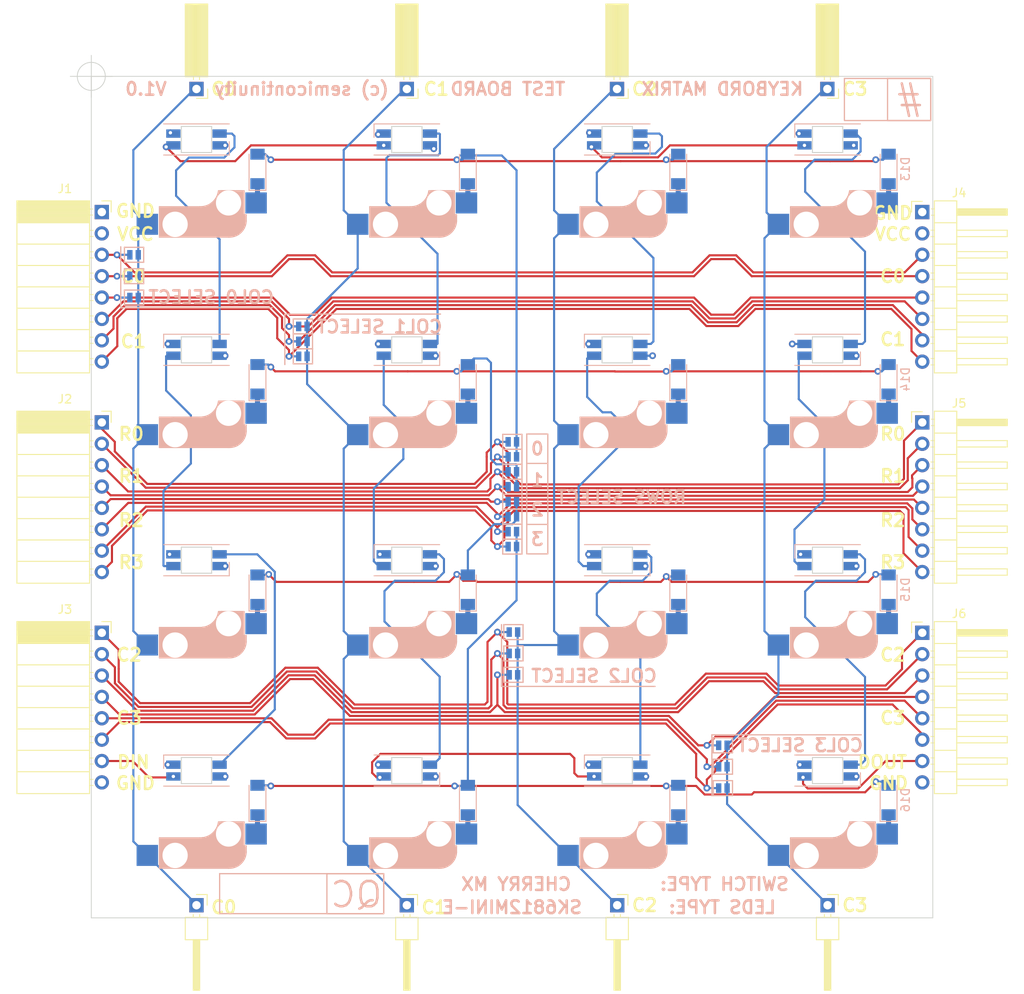
<source format=kicad_pcb>
(kicad_pcb (version 20211014) (generator pcbnew)
  (layers (0 "F.Cu" signal) (1 "In1.Cu" power "PWR") (2 "In2.Cu" power "GND") (31 "B.Cu" signal) (34 "B.Paste" user) (35 "F.Paste" user) (36 "B.SilkS" user "B.Silkscreen") (37 "F.SilkS" user "F.Silkscreen") (38 "B.Mask" user) (39 "F.Mask" user) (44 "Edge.Cuts" user))
  (net 0 "")
  (net 1 "/GND")
  (net 2 "/VDD")
  (net 3 "/LEDS")
  (net 4 "Net-(LED4-Pad2)")
  (net 5 "Net-(LED1-Pad2)")
  (net 6 "Net-(LED2-Pad2)")
  (net 7 "Net-(LED3-Pad2)")
  (net 8 "Net-(LED5-Pad2)")
  (net 9 "Net-(LED6-Pad2)")
  (net 10 "Net-(LED7-Pad2)")
  (net 11 "Net-(LED10-Pad4)")
  (net 12 "Net-(LED10-Pad2)")
  (net 13 "Net-(LED11-Pad2)")
  (net 14 "Net-(LED12-Pad2)")
  (net 15 "Net-(LED13-Pad2)")
  (net 16 "Net-(LED14-Pad2)")
  (net 17 "Net-(LED15-Pad2)")
  (net 18 "/LEDSO")
  (net 19 "Net-(LED8-Pad2)")
  (net 20 "Net-(D1-Pad1)")
  (net 21 "Net-(D2-Pad1)")
  (net 22 "Net-(D3-Pad1)")
  (net 23 "Net-(D4-Pad1)")
  (net 24 "Net-(D5-Pad1)")
  (net 25 "Net-(D6-Pad1)")
  (net 26 "Net-(D7-Pad1)")
  (net 27 "Net-(D8-Pad1)")
  (net 28 "Net-(D9-Pad1)")
  (net 29 "Net-(D10-Pad1)")
  (net 30 "Net-(D11-Pad1)")
  (net 31 "Net-(D12-Pad1)")
  (net 32 "Net-(D13-Pad1)")
  (net 33 "Net-(D14-Pad1)")
  (net 34 "Net-(D15-Pad1)")
  (net 35 "Net-(D16-Pad1)")
  (net 36 "/R0")
  (net 37 "/R1")
  (net 38 "/R2")
  (net 39 "/R3")
  (net 40 "/C0")
  (net 41 "/C1")
  (net 42 "/C2")
  (net 43 "/C3")
  (net 44 "/CH0")
  (net 45 "/CM0")
  (net 46 "/CL0")
  (net 47 "/CH1")
  (net 48 "/CM1")
  (net 49 "/CL1")
  (net 50 "/RL3")
  (net 51 "/RH3")
  (net 52 "/RL2")
  (net 53 "/RH2")
  (net 54 "/RL1")
  (net 55 "/RH1")
  (net 56 "/RL0")
  (net 57 "/RH0")
  (net 58 "/CH2")
  (net 59 "/CM2")
  (net 60 "/CL2")
  (net 61 "/CH3")
  (net 62 "/CM3")
  (net 63 "/CL3")
  (footprint "Connector_PinHeader_2.54mm:PinHeader_1x08_P2.54mm_Horizontal" (layer "F.Cu") (at 198.75 91.125)
    (fp_text reference "J5")
    (fp_text value "Conn_01x08_Female")
  )
  (footprint "kbd:CherryMX_Hotswap" (layer "F.Cu") (at 162.5 137.5 180)
    (fp_text reference "SW12" hide)
    (fp_text value "SW_PUSH" hide)
  )
  (footprint "kbd:CherryMX_Hotswap" (layer "F.Cu") (at 162.5 87.5 180)
    (fp_text reference "SW10" hide)
    (fp_text value "SW_PUSH" hide)
  )
  (footprint "kbd:CherryMX_Hotswap" (layer "F.Cu") (at 112.5 87.5 180)
    (fp_text reference "SW2" hide)
    (fp_text value "SW_PUSH" hide)
  )
  (footprint "Connector_PinSocket_2.54mm:PinSocket_1x01_P2.54mm_Horizontal" (layer "F.Cu") (at 187.475 51.5 -90)
    (fp_text reference "J10" hide)
    (fp_text value "Conn_01x01_Female" hide)
  )
  (footprint "MountingHole:MountingHole_3.2mm_M3_ISO7380" (layer "F.Cu") (at 125 125)
    (fp_text reference "H3" hide)
    (fp_text value "MountingHole" hide)
  )
  (footprint "Connector_PinHeader_2.54mm:PinHeader_1x01_P2.54mm_Horizontal" (layer "F.Cu") (at 112.5 148.5 -90)
    (fp_text reference "J11" hide)
    (fp_text value "Conn_01x01_Female" hide)
  )
  (footprint "kbd:CherryMX_Hotswap" (layer "F.Cu") (at 137.5 137.5 180)
    (fp_text reference "SW8" hide)
    (fp_text value "SW_PUSH" hide)
  )
  (footprint "MountingHole:MountingHole_3.2mm_M3_ISO7380" (layer "F.Cu") (at 175 125)
    (fp_text reference "H4" hide)
    (fp_text value "MountingHole" hide)
  )
  (footprint "Connector_PinSocket_2.54mm:PinSocket_1x01_P2.54mm_Horizontal" (layer "F.Cu") (at 162.475 51.5 -90)
    (fp_text reference "J9" hide)
    (fp_text value "Conn_01x01_Female" hide)
  )
  (footprint "kbd:CherryMX_Hotswap" (layer "F.Cu") (at 112.5 62.5 180)
    (fp_text reference "SW1" hide)
    (fp_text value "SW_PUSH" hide)
  )
  (footprint "Connector_PinHeader_2.54mm:PinHeader_1x08_P2.54mm_Horizontal" (layer "F.Cu") (at 198.75 116.125)
    (fp_text reference "J6")
    (fp_text value "Conn_01x08_Female")
  )
  (footprint "kbd:CherryMX_Hotswap" (layer "F.Cu") (at 187.5 112.5 180)
    (fp_text reference "SW15" hide)
    (fp_text value "SW_PUSH" hide)
  )
  (footprint "kbd:CherryMX_Hotswap" (layer "F.Cu") (at 137.5 62.5 180)
    (fp_text reference "SW5" hide)
    (fp_text value "SW_PUSH" hide)
  )
  (footprint "Connector_PinSocket_2.54mm:PinSocket_1x08_P2.54mm_Horizontal" (layer "F.Cu") (at 101.25 116.125)
    (fp_text reference "J3")
    (fp_text value "Conn_01x08_Female")
  )
  (footprint "Connector_PinSocket_2.54mm:PinSocket_1x01_P2.54mm_Horizontal" (layer "F.Cu") (at 112.5 51.5 -90)
    (fp_text reference "J7" hide)
    (fp_text value "Conn_01x01_Female" hide)
  )
  (footprint "Connector_PinHeader_2.54mm:PinHeader_1x01_P2.54mm_Horizontal" (layer "F.Cu") (at 187.5 148.5 -90)
    (fp_text reference "J14" hide)
    (fp_text value "Conn_01x01_Female" hide)
  )
  (footprint "kbd:CherryMX_Hotswap" (layer "F.Cu") (at 162.5 112.5 180)
    (fp_text reference "SW11" hide)
    (fp_text value "SW_PUSH" hide)
  )
  (footprint "Connector_PinHeader_2.54mm:PinHeader_1x01_P2.54mm_Horizontal" (layer "F.Cu") (at 137.5 148.5 -90)
    (fp_text reference "J12" hide)
    (fp_text value "Conn_01x01_Female" hide)
  )
  (footprint "kbd:CherryMX_Hotswap" (layer "F.Cu") (at 112.5 112.5 180)
    (fp_text reference "SW3" hide)
    (fp_text value "SW_PUSH" hide)
  )
  (footprint "MountingHole:MountingHole_3.2mm_M3_ISO7380" (layer "F.Cu") (at 125 75)
    (fp_text reference "H1" hide)
    (fp_text value "MountingHole" hide)
  )
  (footprint "kbd:CherryMX_Hotswap" (layer "F.Cu") (at 112.5 137.5 180)
    (fp_text reference "SW4" hide)
    (fp_text value "SW_PUSH" hide)
  )
  (footprint "kbd:CherryMX_Hotswap" (layer "F.Cu") (at 187.5 87.5 180)
    (fp_text reference "SW14" hide)
    (fp_text value "SW_PUSH" hide)
  )
  (footprint "Connector_PinHeader_2.54mm:PinHeader_1x01_P2.54mm_Horizontal" (layer "F.Cu") (at 162.5 148.5 -90)
    (fp_text reference "J13" hide)
    (fp_text value "Conn_01x01_Female" hide)
  )
  (footprint "MountingHole:MountingHole_3.2mm_M3_ISO7380" (layer "F.Cu") (at 175 75)
    (fp_text reference "H2" hide)
    (fp_text value "MountingHole" hide)
  )
  (footprint "Connector_PinSocket_2.54mm:PinSocket_1x08_P2.54mm_Horizontal" (layer "F.Cu") (at 101.25 66.125)
    (fp_text reference "J1")
    (fp_text value "Conn_01x08_Female")
  )
  (footprint "kbd:CherryMX_Hotswap" (layer "F.Cu") (at 187.5 62.5 180)
    (fp_text reference "SW13" hide)
    (fp_text value "SW_PUSH" hide)
  )
  (footprint "kbd:CherryMX_Hotswap" (layer "F.Cu") (at 187.5 137.5 180)
    (fp_text reference "SW16" hide)
    (fp_text value "SW_PUSH" hide)
  )
  (footprint "kbd:CherryMX_Hotswap" (layer "F.Cu") (at 162.5 62.5 180)
    (fp_text reference "SW9" hide)
    (fp_text value "SW_PUSH" hide)
  )
  (footprint "kbd:CherryMX_Hotswap" (layer "F.Cu") (at 137.5 112.5 180)
    (fp_text reference "SW7" hide)
    (fp_text value "SW_PUSH" hide)
  )
  (footprint "Connector_PinSocket_2.54mm:PinSocket_1x08_P2.54mm_Horizontal" (layer "F.Cu") (at 101.25 91.125)
    (fp_text reference "J2")
    (fp_text value "Conn_01x08_Female")
  )
  (footprint "kbd:CherryMX_Hotswap" (layer "F.Cu") (at 137.5 87.5 180)
    (fp_text reference "SW6" hide)
    (fp_text value "SW_PUSH" hide)
  )
  (footprint "Connector_PinHeader_2.54mm:PinHeader_1x08_P2.54mm_Horizontal" (layer "F.Cu") (at 198.75 66.125)
    (fp_text reference "J4")
    (fp_text value "Conn_01x08_Female")
  )
  (footprint "Connector_PinSocket_2.54mm:PinSocket_1x01_P2.54mm_Horizontal" (layer "F.Cu") (at 137.5 51.5 -90)
    (fp_text reference "J8" hide)
    (fp_text value "Conn_01x01_Female" hide)
  )
  (footprint "kbd:YS-SK6812MINI-E" (layer "B.Cu") (at 137.5 82.5 180)
    (fp_text reference "LED6" hide)
    (fp_text value "YS-SK6812MINI-E" hide)
    (fp_line (start -1.8 1.55) (end -1.8 -1.55) (layer "Edge.Cuts") (width 0.12))
    (fp_line (start 1.8 -1.55) (end 1.8 1.55) (layer "Edge.Cuts") (width 0.12))
    (fp_line (start -1.8 -1.55) (end 1.8 -1.55) (layer "Edge.Cuts") (width 0.12))
    (fp_line (start 1.8 1.55) (end -1.8 1.55) (layer "Edge.Cuts") (width 0.12))
  )
  (footprint "kbd:Jumper" (layer "B.Cu") (at 150.038 105.88 180)
    (fp_text reference "JP20" hide)
    (fp_text value "SolderJumper_2_Open" hide)
  )
  (footprint "kbd:YS-SK6812MINI-E" (layer "B.Cu") (at 112.5 82.5)
    (fp_text reference "LED3" hide)
    (fp_text value "YS-SK6812MINI-E")
    (fp_line (start 1.8 -1.55) (end 1.8 1.55) (layer "Edge.Cuts") (width 0.12))
    (fp_line (start -1.8 1.55) (end -1.8 -1.55) (layer "Edge.Cuts") (width 0.12))
    (fp_line (start 1.8 1.55) (end -1.8 1.55) (layer "Edge.Cuts") (width 0.12))
    (fp_line (start -1.8 -1.55) (end 1.8 -1.55) (layer "Edge.Cuts") (width 0.12))
  )
  (footprint "kbd:YS-SK6812MINI-E" (layer "B.Cu") (at 137.5 57.5)
    (fp_text reference "LED5" hide)
    (fp_text value "YS-SK6812MINI-E" hide)
    (fp_line (start -1.8 1.55) (end -1.8 -1.55) (layer "Edge.Cuts") (width 0.12))
    (fp_line (start -1.8 -1.55) (end 1.8 -1.55) (layer "Edge.Cuts") (width 0.12))
    (fp_line (start 1.8 1.55) (end -1.8 1.55) (layer "Edge.Cuts") (width 0.12))
    (fp_line (start 1.8 -1.55) (end 1.8 1.55) (layer "Edge.Cuts") (width 0.12))
  )
  (footprint "Diode_SMD:D_MiniMELF" (layer "B.Cu") (at 169.75 111 90)
    (fp_text reference "D11" hide)
    (fp_text value "LL4148" hide)
  )
  (footprint "kbd:YS-SK6812MINI-E" (layer "B.Cu") (at 137.5 107.5)
    (fp_text reference "LED7" hide)
    (fp_text value "YS-SK6812MINI-E" hide)
    (fp_line (start 1.8 -1.55) (end 1.8 1.55) (layer "Edge.Cuts") (width 0.12))
    (fp_line (start 1.8 1.55) (end -1.8 1.55) (layer "Edge.Cuts") (width 0.12))
    (fp_line (start -1.8 -1.55) (end 1.8 -1.55) (layer "Edge.Cuts") (width 0.12))
    (fp_line (start -1.8 1.55) (end -1.8 -1.55) (layer "Edge.Cuts") (width 0.12))
  )
  (footprint "kbd:YS-SK6812MINI-E" (layer "B.Cu") (at 187.5 57.5)
    (fp_text reference "LED13" hide)
    (fp_text value "YS-SK6812MINI-E" hide)
    (fp_line (start 1.8 1.55) (end -1.8 1.55) (layer "Edge.Cuts") (width 0.12))
    (fp_line (start 1.8 -1.55) (end 1.8 1.55) (layer "Edge.Cuts") (width 0.12))
    (fp_line (start -1.8 -1.55) (end 1.8 -1.55) (layer "Edge.Cuts") (width 0.12))
    (fp_line (start -1.8 1.55) (end -1.8 -1.55) (layer "Edge.Cuts") (width 0.12))
  )
  (footprint "Diode_SMD:D_MiniMELF" (layer "B.Cu") (at 144.75 61 90)
    (fp_text reference "D5" hide)
    (fp_text value "LL4148" hide)
  )
  (footprint "Diode_SMD:D_MiniMELF" (layer "B.Cu") (at 194.75 136 90)
    (fp_text reference "D16")
    (fp_text value "LL4148")
  )
  (footprint "Diode_SMD:D_MiniMELF" (layer "B.Cu") (at 119.75 61 90)
    (fp_text reference "D1" hide)
    (fp_text value "LL4148" hide)
  )
  (footprint "kbd:Jumper" (layer "B.Cu") (at 105.08 76.285 180)
    (fp_text reference "JP3" hide)
    (fp_text value "SolderJumper_2_Open" hide)
  )
  (footprint "kbd:YS-SK6812MINI-E" (layer "B.Cu") (at 187.5 82.5 180)
    (fp_text reference "LED14" hide)
    (fp_text value "YS-SK6812MINI-E" hide)
    (fp_line (start -1.8 -1.55) (end 1.8 -1.55) (layer "Edge.Cuts") (width 0.12))
    (fp_line (start -1.8 1.55) (end -1.8 -1.55) (layer "Edge.Cuts") (width 0.12))
    (fp_line (start 1.8 1.55) (end -1.8 1.55) (layer "Edge.Cuts") (width 0.12))
    (fp_line (start 1.8 -1.55) (end 1.8 1.55) (layer "Edge.Cuts") (width 0.12))
  )
  (footprint "Diode_SMD:D_MiniMELF" (layer "B.Cu") (at 119.75 111 90)
    (fp_text reference "D3" hide)
    (fp_text value "LL4148" hide)
  )
  (footprint "kbd:YS-SK6812MINI-E" (layer "B.Cu") (at 162.5 57.5 180)
    (fp_text reference "LED12" hide)
    (fp_text value "YS-SK6812MINI-E" hide)
    (fp_line (start -1.8 1.55) (end -1.8 -1.55) (layer "Edge.Cuts") (width 0.12))
    (fp_line (start 1.8 -1.55) (end 1.8 1.55) (layer "Edge.Cuts") (width 0.12))
    (fp_line (start 1.8 1.55) (end -1.8 1.55) (layer "Edge.Cuts") (width 0.12))
    (fp_line (start -1.8 -1.55) (end 1.8 -1.55) (layer "Edge.Cuts") (width 0.12))
  )
  (footprint "Diode_SMD:D_MiniMELF" (layer "B.Cu") (at 194.75 61 90)
    (fp_text reference "D13")
    (fp_text value "LL4148")
  )
  (footprint "kbd:Jumper" (layer "B.Cu") (at 125.146 83.274 180)
    (fp_text reference "JP6" hide)
    (fp_text value "SolderJumper_2_Open" hide)
  )
  (footprint "kbd:Jumper" (layer "B.Cu") (at 150.038 98.768 180)
    (fp_text reference "JP16" hide)
    (fp_text value "SolderJumper_2_Open" hide)
  )
  (footprint "Diode_SMD:D_MiniMELF" (layer "B.Cu") (at 144.75 86 90)
    (fp_text reference "D6" hide)
    (fp_text value "LL4148" hide)
  )
  (footprint "kbd:Jumper" (layer "B.Cu") (at 175.057 129.502 180)
    (fp_text reference "JP10" hide)
    (fp_text value "SolderJumper_2_Open" hide)
  )
  (footprint "kbd:YS-SK6812MINI-E" (layer "B.Cu") (at 137.5 132.5 180)
    (fp_text reference "LED8" hide)
    (fp_text value "YS-SK6812MINI-E" hide)
    (fp_line (start 1.8 -1.55) (end 1.8 1.55) (layer "Edge.Cuts") (width 0.12))
    (fp_line (start -1.8 -1.55) (end 1.8 -1.55) (layer "Edge.Cuts") (width 0.12))
    (fp_line (start 1.8 1.55) (end -1.8 1.55) (layer "Edge.Cuts") (width 0.12))
    (fp_line (start -1.8 1.55) (end -1.8 -1.55) (layer "Edge.Cuts") (width 0.12))
  )
  (footprint "kbd:Jumper" (layer "B.Cu") (at 150.165 121.12 180)
    (fp_text reference "JP9" hide)
    (fp_text value "SolderJumper_2_Open" hide)
  )
  (footprint "kbd:Jumper" (layer "B.Cu") (at 175.057 134.582 180)
    (fp_text reference "JP12" hide)
    (fp_text value "SolderJumper_2_Open" hide)
  )
  (footprint "kbd:Jumper" (layer "B.Cu") (at 150.038 96.99 180)
    (fp_text reference "JP15" hide)
    (fp_text value "SolderJumper_2_Open" hide)
  )
  (footprint "kbd:YS-SK6812MINI-E" (layer "B.Cu") (at 187.5 132.5 180)
    (fp_text reference "LED16" hide)
    (fp_text value "YS-SK6812MINI-E" hide)
    (fp_line (start -1.8 -1.55) (end 1.8 -1.55) (layer "Edge.Cuts") (width 0.12))
    (fp_line (start 1.8 -1.55) (end 1.8 1.55) (layer "Edge.Cuts") (width 0.12))
    (fp_line (start 1.8 1.55) (end -1.8 1.55) (layer "Edge.Cuts") (width 0.12))
    (fp_line (start -1.8 1.55) (end -1.8 -1.55) (layer "Edge.Cuts") (width 0.12))
  )
  (footprint "kbd:Jumper" (layer "B.Cu") (at 150.165 118.58 180)
    (fp_text reference "JP8" hide)
    (fp_text value "SolderJumper_2_Open" hide)
  )
  (footprint "kbd:Jumper" (layer "B.Cu") (at 150.038 104.102 180)
    (fp_text reference "JP19" hide)
    (fp_text value "SolderJumper_2_Open" hide)
  )
  (footprint "kbd:YS-SK6812MINI-E" (layer "B.Cu") (at 112.5 57.5 180)
    (fp_text reference "LED4" hide)
    (fp_text value "YS-SK6812MINI-E" hide)
    (fp_line (start -1.8 1.55) (end -1.8 -1.55) (layer "Edge.Cuts") (width 0.12))
    (fp_line (start 1.8 1.55) (end -1.8 1.55) (layer "Edge.Cuts") (width 0.12))
    (fp_line (start -1.8 -1.55) (end 1.8 -1.55) (layer "Edge.Cuts") (width 0.12))
    (fp_line (start 1.8 -1.55) (end 1.8 1.55) (layer "Edge.Cuts") (width 0.12))
  )
  (footprint "kbd:YS-SK6812MINI-E" (layer "B.Cu") (at 162.5 132.5)
    (fp_text reference "LED9" hide)
    (fp_text value "YS-SK6812MINI-E" hide)
    (fp_line (start 1.8 1.55) (end -1.8 1.55) (layer "Edge.Cuts") (width 0.12))
    (fp_line (start -1.8 1.55) (end -1.8 -1.55) (layer "Edge.Cuts") (width 0.12))
    (fp_line (start 1.8 -1.55) (end 1.8 1.55) (layer "Edge.Cuts") (width 0.12))
    (fp_line (start -1.8 -1.55) (end 1.8 -1.55) (layer "Edge.Cuts") (width 0.12))
  )
  (footprint "Diode_SMD:D_MiniMELF" (layer "B.Cu") (at 169.75 86 90)
    (fp_text reference "D10" hide)
    (fp_text value "LL4148" hide)
  )
  (footprint "kbd:Jumper" (layer "B.Cu") (at 150.038 100.546 180)
    (fp_text reference "JP17" hide)
    (fp_text value "SolderJumper_2_Open" hide)
  )
  (footprint "Diode_SMD:D_MiniMELF" (layer "B.Cu") (at 194.75 86 90)
    (fp_text reference "D14")
    (fp_text value "LL4148")
  )
  (footprint "kbd:Jumper" (layer "B.Cu") (at 105.08 71.205 180)
    (fp_text reference "JP1" hide)
    (fp_text value "SolderJumper_2_Open" hide)
  )
  (footprint "kbd:Jumper" (layer "B.Cu") (at 125.146 81.496 180)
    (fp_text reference "JP5" hide)
    (fp_text value "SolderJumper_2_Open" hide)
  )
  (footprint "kbd:YS-SK6812MINI-E" (layer "B.Cu") (at 162.5 82.5)
    (fp_text reference "LED11" hide)
    (fp_text value "YS-SK6812MINI-E" hide)
    (fp_line (start -1.8 -1.55) (end 1.8 -1.55) (layer "Edge.Cuts") (width 0.12))
    (fp_line (start 1.8 1.55) (end -1.8 1.55) (layer "Edge.Cuts") (width 0.12))
    (fp_line (start 1.8 -1.55) (end 1.8 1.55) (layer "Edge.Cuts") (width 0.12))
    (fp_line (start -1.8 1.55) (end -1.8 -1.55) (layer "Edge.Cuts") (width 0.12))
  )
  (footprint "kbd:Jumper" (layer "B.Cu") (at 175.057 132.042 180)
    (fp_text reference "JP11" hide)
    (fp_text value "SolderJumper_2_Open" hide)
  )
  (footprint "Diode_SMD:D_MiniMELF" (layer "B.Cu") (at 119.75 136 90)
    (fp_text reference "D4" hide)
    (fp_text value "LL4148" hide)
  )
  (footprint "kbd:YS-SK6812MINI-E" (layer "B.Cu") (at 112.5 107.5 180)
    (fp_text reference "LED2" hide)
    (fp_text value "YS-SK6812MINI-E" hide)
    (fp_line (start -1.8 -1.55) (end 1.8 -1.55) (layer "Edge.Cuts") (width 0.12))
    (fp_line (start -1.8 1.55) (end -1.8 -1.55) (layer "Edge.Cuts") (width 0.12))
    (fp_line (start 1.8 -1.55) (end 1.8 1.55) (layer "Edge.Cuts") (width 0.12))
    (fp_line (start 1.8 1.55) (end -1.8 1.55) (layer "Edge.Cuts") (width 0.12))
  )
  (footprint "kbd:Jumper" (layer "B.Cu") (at 105.08 73.745 180)
    (fp_text reference "JP2" hide)
    (fp_text value "SolderJumper_2_Open" hide)
  )
  (footprint "kbd:YS-SK6812MINI-E" (layer "B.Cu") (at 112.5 132.5)
    (fp_text reference "LED1" hide)
    (fp_text value "YS-SK6812MINI-E")
    (fp_line (start 1.8 1.55) (end -1.8 1.55) (layer "Edge.Cuts") (width 0.12))
    (fp_line (start -1.8 1.55) (end -1.8 -1.55) (layer "Edge.Cuts") (width 0.12))
    (fp_line (start -1.8 -1.55) (end 1.8 -1.55) (layer "Edge.Cuts") (width 0.12))
    (fp_line (start 1.8 -1.55) (end 1.8 1.55) (layer "Edge.Cuts") (width 0.12))
  )
  (footprint "Diode_SMD:D_MiniMELF" (layer "B.Cu") (at 119.75 86 90)
    (fp_text reference "D2" hide)
    (fp_text value "LL4148" hide)
  )
  (footprint "kbd:YS-SK6812MINI-E" (layer "B.Cu") (at 187.5 107.5)
    (fp_text reference "LED15" hide)
    (fp_text value "YS-SK6812MINI-E" hide)
    (fp_line (start -1.8 -1.55) (end 1.8 -1.55) (layer "Edge.Cuts") (width 0.12))
    (fp_line (start -1.8 1.55) (end -1.8 -1.55) (layer "Edge.Cuts") (width 0.12))
    (fp_line (start 1.8 -1.55) (end 1.8 1.55) (layer "Edge.Cuts") (width 0.12))
    (fp_line (start 1.8 1.55) (end -1.8 1.55) (layer "Edge.Cuts") (width 0.12))
  )
  (footprint "kbd:Jumper" (layer "B.Cu") (at 150.038 93.434 180)
    (fp_text reference "JP13" hide)
    (fp_text value "SolderJumper_2_Open" hide)
  )
  (footprint "kbd:Jumper" (layer "B.Cu") (at 150.038 102.324 180)
    (fp_text reference "JP18" hide)
    (fp_text value "SolderJumper_2_Open" hide)
  )
  (footprint "Diode_SMD:D_MiniMELF" (layer "B.Cu") (at 144.75 136 90)
    (fp_text reference "D8" hide)
    (fp_text value "LL4148" hide)
  )
  (footprint "Diode_SMD:D_MiniMELF" (layer "B.Cu") (at 194.75 111 90)
    (fp_text reference "D15")
    (fp_text value "LL4148")
  )
  (footprint "kbd:Jumper" (layer "B.Cu") (at 150.038 95.212 180)
    (fp_text reference "JP14" hide)
    (fp_text value "SolderJumper_2_Open" hide)
  )
  (footprint "Diode_SMD:D_MiniMELF" (layer "B.Cu") (at 144.75 111 90)
    (fp_text reference "D7" hide)
    (fp_text value "LL4148" hide)
  )
  (footprint "kbd:YS-SK6812MINI-E" (layer "B.Cu") (at 162.5 107.5 180)
    (fp_text reference "LED10" hide)
    (fp_text value "YS-SK6812MINI-E" hide)
    (fp_line (start -1.8 1.55) (end -1.8 -1.55) (layer "Edge.Cuts") (width 0.12))
    (fp_line (start 1.8 -1.55) (end 1.8 1.55) (layer "Edge.Cuts") (width 0.12))
    (fp_line (start 1.8 1.55) (end -1.8 1.55) (layer "Edge.Cuts") (width 0.12))
    (fp_line (start -1.8 -1.55) (end 1.8 -1.55) (layer "Edge.Cuts") (width 0.12))
  )
  (footprint "kbd:Jumper" (layer "B.Cu") (at 150.165 116.04 180)
    (fp_text reference "JP7" hide)
    (fp_text value "SolderJumper_2_Open" hide)
  )
  (footprint "Diode_SMD:D_MiniMELF" (layer "B.Cu") (at 169.75 61 90)
    (fp_text reference "D9" hide)
    (fp_text value "LL4148" hide)
  )
  (footprint "Diode_SMD:D_MiniMELF" (layer "B.Cu") (at 169.75 136 90)
    (fp_text reference "D12" hide)
    (fp_text value "LL4148" hide)
  )
  (footprint "kbd:Jumper" (layer "B.Cu") (at 125.146 79.718 180)
    (fp_text reference "JP4" hide)
    (fp_text value "SolderJumper_2_Open" hide)
  )
  (gr_line (start 173.75 135.5) (end 173.75 128.25) (layer "B.SilkS") (width 0.15))
  (gr_line (start 148.75 115.151) (end 148.75 122.5) (layer "B.SilkS") (width 0.15))
  (gr_line (start 123 78.25) (end 123 84.25) (layer "B.SilkS") (width 0.15))
  (gr_rect (start 151.75 92.5) (end 154.25 106.75) (layer "B.SilkS") (width 0.15) (fill none))
  (gr_line (start 154.25 99.625) (end 151.75 99.625) (layer "B.SilkS") (width 0.15))
  (gr_line (start 148.75 122.5) (end 167 122.5) (layer "B.SilkS") (width 0.15))
  (gr_rect (start 194.625 50.25) (end 199.75 55.25) (layer "B.SilkS") (width 0.15) (fill none))
  (gr_line (start 141.5 78.25) (end 123 78.25) (layer "B.SilkS") (width 0.15))
  (gr_rect (start 128 144.75) (end 134.75 149.5) (layer "B.SilkS") (width 0.15) (fill none))
  (gr_rect (start 115.25 144.75) (end 134.75 149.5) (layer "B.SilkS") (width 0.15) (fill none))
  (gr_line (start 154.25 103.25) (end 151.75 103.25) (layer "B.SilkS") (width 0.15))
  (gr_line (start 154.25 96) (end 151.75 96) (layer "B.SilkS") (width 0.15))
  (gr_rect (start 189.5 50.25) (end 199.75 55.25) (layer "B.SilkS") (width 0.15) (fill none))
  (gr_line (start 103.5 77.5) (end 121.5 77.5) (layer "B.SilkS") (width 0.15))
  (gr_line (start 103.5 70.25) (end 103.5 77.5) (layer "B.SilkS") (width 0.15))
  (gr_line (start 173.75 128.25) (end 191.5 128.25) (layer "B.SilkS") (width 0.15))
  (gr_line (start 200 150) (end 200 50) (layer "Edge.Cuts") (width 0.1))
  (gr_line (start 200 50) (end 100 50) (layer "Edge.Cuts") (width 0.1))
  (gr_line (start 100 50) (end 100 150) (layer "Edge.Cuts") (width 0.1))
  (gr_line (start 100 150) (end 200 150) (layer "Edge.Cuts") (width 0.1))
  (gr_text "(c) semicontinuity" (at 125 51.5) (layer "B.SilkS") (effects (font (size 1.5 1.5) (thickness 0.3)) (justify mirror)))
  (gr_text "CHERRY MX" (at 150.5 146) (layer "B.SilkS") (effects (font (size 1.5 1.5) (thickness 0.3)) (justify mirror)))
  (gr_text "#" (at 197.25 52.75) (layer "B.SilkS") (effects (font (size 3 3) (thickness 0.3)) (justify mirror)))
  (gr_text "2" (at 153 101.5) (layer "B.SilkS") (effects (font (size 1.5 1.5) (thickness 0.3)) (justify mirror)))
  (gr_text "SWITCH TYPE:" (at 175.25 146) (layer "B.SilkS") (effects (font (size 1.5 1.5) (thickness 0.3)) (justify mirror)))
  (gr_text "SK6812MINI-E" (at 150 148.75) (layer "B.SilkS") (effects (font (size 1.5 1.5) (thickness 0.3)) (justify mirror)))
  (gr_text "COL2 SELECT" (at 159.75 121.25) (layer "B.SilkS") (effects (font (size 1.5 1.5) (thickness 0.3)) (justify mirror)))
  (gr_text "COL0 SELECT" (at 114.25 76.25) (layer "B.SilkS") (effects (font (size 1.5 1.5) (thickness 0.3)) (justify mirror)))
  (gr_text "3" (at 153 105) (layer "B.SilkS") (effects (font (size 1.5 1.5) (thickness 0.3)) (justify mirror)))
  (gr_text "QC" (at 131.5 147.25) (layer "B.SilkS") (effects (font (size 3 3) (thickness 0.3)) (justify mirror)))
  (gr_text "LEDS TYPE:" (at 175 148.75) (layer "B.SilkS") (effects (font (size 1.5 1.5) (thickness 0.3)) (justify mirror)))
  (gr_text "ROWS SELECT" (at 163 100) (layer "B.SilkS") (effects (font (size 1.5 1.5) (thickness 0.3)) (justify mirror)))
  (gr_text "V1.0" (at 106.5 51.5) (layer "B.SilkS") (effects (font (size 1.5 1.5) (thickness 0.3)) (justify mirror)))
  (gr_text "0" (at 153 94.25) (layer "B.SilkS") (effects (font (size 1.5 1.5) (thickness 0.3)) (justify mirror)))
  (gr_text "1" (at 153 98) (layer "B.SilkS") (effects (font (size 1.5 1.5) (thickness 0.3)) (justify mirror)))
  (gr_text "TEST BOARD" (at 149.5 51.5) (layer "B.SilkS") (effects (font (size 1.5 1.5) (thickness 0.3)) (justify mirror)))
  (gr_text "COL3 SELECT" (at 184.25 129.5) (layer "B.SilkS") (effects (font (size 1.5 1.5) (thickness 0.3)) (justify mirror)))
  (gr_text "KEYBORD MATRIX" (at 175 51.5) (layer "B.SilkS") (effects (font (size 1.5 1.5) (thickness 0.3)) (justify mirror)))
  (gr_text "COL1 SELECT" (at 134.25 79.75) (layer "B.SilkS") (effects (font (size 1.5 1.5) (thickness 0.3)) (justify mirror)))
  (gr_text "C0" (at 105 73.75) (layer "F.SilkS") (effects (font (size 1.5 1.5) (thickness 0.3))))
  (gr_text "C3" (at 104.5 126.25) (layer "F.SilkS") (effects (font (size 1.5 1.5) (thickness 0.3))))
  (gr_text "R1" (at 104.75 97.5) (layer "F.SilkS") (effects (font (size 1.5 1.5) (thickness 0.3))))
  (gr_text "C0" (at 115.75 148.75) (layer "F.SilkS") (effects (font (size 1.5 1.5) (thickness 0.3))))
  (gr_text "VCC" (at 195.25 68.75) (layer "F.SilkS") (effects (font (size 1.5 1.5) (thickness 0.3))))
  (gr_text "R3" (at 104.75 107.75) (layer "F.SilkS") (effects (font (size 1.5 1.5) (thickness 0.3))))
  (gr_text "R2" (at 104.75 102.75) (layer "F.SilkS") (effects (font (size 1.5 1.5) (thickness 0.3))))
  (gr_text "R2" (at 195.25 102.75) (layer "F.SilkS") (effects (font (size 1.5 1.5) (thickness 0.3))))
  (gr_text "C1" (at 140.75 148.75) (layer "F.SilkS") (effects (font (size 1.5 1.5) (thickness 0.3))))
  (gr_text "GND" (at 194.75 134) (layer "F.SilkS") (effects (font (size 1.5 1.5) (thickness 0.3))))
  (gr_text "C2" (at 165.75 51.5) (layer "F.SilkS") (effects (font (size 1.5 1.5) (thickness 0.3))))
  (gr_text "C1" (at 105 81.5) (layer "F.SilkS") (effects (font (size 1.5 1.5) (thickness 0.3))))
  (gr_text "GND" (at 105.25 66) (layer "F.SilkS") (effects (font (size 1.5 1.5) (thickness 0.3))))
  (gr_text "C2" (at 165.75 148.5) (layer "F.SilkS") (effects (font (size 1.5 1.5) (thickness 0.3))))
  (gr_text "C2" (at 195.25 118.75) (layer "F.SilkS") (effects (font (size 1.5 1.5) (thickness 0.3))))
  (gr_text "R0" (at 104.75 92.5) (layer "F.SilkS") (effects (font (size 1.5 1.5) (thickness 0.3))))
  (gr_text "C0" (at 115.75 51.5) (layer "F.SilkS") (effects (font (size 1.5 1.5) (thickness 0.3))))
  (gr_text "DIN" (at 105 131.5) (layer "F.SilkS") (effects (font (size 1.5 1.5) (thickness 0.3))))
  (gr_text "C3" (at 190.75 51.5) (layer "F.SilkS") (effects (font (size 1.5 1.5) (thickness 0.3))))
  (gr_text "GND" (at 105.25 134) (layer "F.SilkS") (effects (font (size 1.5 1.5) (thickness 0.3))))
  (gr_text "GND" (at 195.25 66.25) (layer "F.SilkS") (effects (font (size 1.5 1.5) (thickness 0.3))))
  (gr_text "VCC" (at 105.25 68.75) (layer "F.SilkS") (effects (font (size 1.5 1.5) (thickness 0.3))))
  (gr_text "C1" (at 195.25 81.25) (layer "F.SilkS") (effects (font (size 1.5 1.5) (thickness 0.3))))
  (gr_text "C1" (at 141 51.5) (layer "F.SilkS") (effects (font (size 1.5 1.5) (thickness 0.3))))
  (gr_text "C0" (at 195.25 73.75) (layer "F.SilkS") (effects (font (size 1.5 1.5) (thickness 0.3))))
  (gr_text "C3" (at 195.25 126.25) (layer "F.SilkS") (effects (font (size 1.5 1.5) (thickness 0.3))))
  (gr_text "DOUT" (at 194 131.5) (layer "F.SilkS") (effects (font (size 1.5 1.5) (thickness 0.3))))
  (gr_text "R3" (at 195.25 107.75) (layer "F.SilkS") (effects (font (size 1.5 1.5) (thickness 0.3))))
  (gr_text "R0" (at 195.25 92.5) (layer "F.SilkS") (effects (font (size 1.5 1.5) (thickness 0.3))))
  (gr_text "C2" (at 104.5 118.75) (layer "F.SilkS") (effects (font (size 1.5 1.5) (thickness 0.3))))
  (gr_text "C3" (at 190.75 148.5) (layer "F.SilkS") (effects (font (size 1.5 1.5) (thickness 0.3))))
  (gr_text "R1" (at 195.25 97.5) (layer "F.SilkS") (effects (font (size 1.5 1.5) (thickness 0.3))))
  (target plus (at 100 50) (size 5) (width 0.1) (layer "Edge.Cuts"))
  (via (at 190.9 83.2) (size 0.8) (drill 0.4) (layers "F.Cu" "B.Cu") (net 1))
  (via (at 109.1 81.8) (size 0.8) (drill 0.4) (layers "F.Cu" "B.Cu") (net 1))
  (via (at 165.8235 108.2) (size 0.8) (drill 0.4) (layers "F.Cu" "B.Cu") (net 1))
  (via (at 109.1 131.8) (size 0.8) (drill 0.4) (layers "F.Cu" "B.Cu") (net 1))
  (via (at 140.9 133.2) (size 0.8) (drill 0.4) (layers "F.Cu" "B.Cu") (net 1))
  (via (at 115.9 108.2) (size 0.8) (drill 0.4) (layers "F.Cu" "B.Cu") (net 1))
  (via (at 159.1 81.8) (size 0.8) (drill 0.4) (layers "F.Cu" "B.Cu") (net 1))
  (via (at 159.1 131.8) (size 0.8) (drill 0.4) (layers "F.Cu" "B.Cu") (net 1))
  (via (at 134.1 56.9) (size 0.8) (drill 0.4) (layers "F.Cu" "B.Cu") (net 1))
  (via (at 165.9 58.2) (size 0.8) (drill 0.4) (layers "F.Cu" "B.Cu") (net 1))
  (via (at 140.9 83.2) (size 0.8) (drill 0.4) (layers "F.Cu" "B.Cu") (net 1))
  (via (at 115.9 58.2) (size 0.8) (drill 0.4) (layers "F.Cu" "B.Cu") (net 1))
  (via (at 184.2905 106.8) (size 0.8) (drill 0.4) (layers "F.Cu" "B.Cu") (net 1))
  (via (at 134.2995 106.8) (size 0.8) (drill 0.4) (layers "F.Cu" "B.Cu") (net 1))
  (via (at 190.9 133.2) (size 0.8) (drill 0.4) (layers "F.Cu" "B.Cu") (net 1))
  (via (at 184.1 56.8) (size 0.8) (drill 0.4) (layers "F.Cu" "B.Cu") (net 1))
  (segment (start 190.25 83.2) (end 190.9 83.2) (width 0.25) (layer "B.Cu") (net 1))
  (segment (start 134.75 56.8) (end 134.2 56.8) (width 0.25) (layer "B.Cu") (net 1))
  (segment (start 165.25 58.2) (end 165.9 58.2) (width 0.25) (layer "B.Cu") (net 1))
  (segment (start 165.25 108.2) (end 165.8235 108.2) (width 0.25) (layer "B.Cu") (net 1))
  (segment (start 134.75 106.8) (end 134.2995 106.8) (width 0.25) (layer "B.Cu") (net 1))
  (segment (start 109.75 131.8) (end 109.1 131.8) (width 0.25) (layer "B.Cu") (net 1))
  (segment (start 140.25 133.2) (end 140.9 133.2) (width 0.25) (layer "B.Cu") (net 1))
  (segment (start 190.25 133.2) (end 190.9 133.2) (width 0.25) (layer "B.Cu") (net 1))
  (segment (start 134.2 56.8) (end 134.1 56.9) (width 0.25) (layer "B.Cu") (net 1))
  (segment (start 184.75 106.8) (end 184.2905 106.8) (width 0.25) (layer "B.Cu") (net 1))
  (segment (start 109.75 81.8) (end 109.1 81.8) (width 0.25) (layer "B.Cu") (net 1))
  (segment (start 115.25 108.2) (end 115.9 108.2) (width 0.25) (layer "B.Cu") (net 1))
  (segment (start 159.75 81.8) (end 159.1 81.8) (width 0.25) (layer "B.Cu") (net 1))
  (segment (start 115.25 58.2) (end 115.9 58.2) (width 0.25) (layer "B.Cu") (net 1))
  (segment (start 159.75 131.8) (end 159.1 131.8) (width 0.25) (layer "B.Cu") (net 1))
  (segment (start 184.75 56.8) (end 184.1 56.8) (width 0.25) (layer "B.Cu") (net 1))
  (segment (start 140.25 83.2) (end 140.9 83.2) (width 0.25) (layer "B.Cu") (net 1))
  (via (at 115.9 83.2) (size 0.8) (drill 0.4) (layers "F.Cu" "B.Cu") (net 2))
  (via (at 159.1 106.8) (size 0.8) (drill 0.4) (layers "F.Cu" "B.Cu") (net 2))
  (via (at 184.2 131.8) (size 0.8) (drill 0.4) (layers "F.Cu" "B.Cu") (net 2))
  (via (at 140.7005 58.604687) (size 0.8) (drill 0.4) (layers "F.Cu" "B.Cu") (net 2))
  (via (at 109.4 56.7) (size 0.8) (drill 0.4) (layers "F.Cu" "B.Cu") (net 2))
  (via (at 109.2995 106.8) (size 0.8) (drill 0.4) (layers "F.Cu" "B.Cu") (net 2))
  (via (at 134.1 81.8) (size 0.8) (drill 0.4) (layers "F.Cu" "B.Cu") (net 2))
  (via (at 190.6 58.2) (size 0.8) (drill 0.4) (layers "F.Cu" "B.Cu") (net 2))
  (via (at 190.9 108.2) (size 0.8) (drill 0.4) (layers "F.Cu" "B.Cu") (net 2))
  (via (at 165.9 133.2) (size 0.8) (drill 0.4) (layers "F.Cu" "B.Cu") (net 2))
  (via (at 159.2 56.7) (size 0.8) (drill 0.4) (layers "F.Cu" "B.Cu") (net 2))
  (via (at 140.9 108.2) (size 0.8) (drill 0.4) (layers "F.Cu" "B.Cu") (net 2))
  (via (at 134.1 131.8) (size 0.8) (drill 0.4) (layers "F.Cu" "B.Cu") (net 2))
  (via (at 183.3 81.8) (size 0.8) (drill 0.4) (layers "F.Cu" "B.Cu") (net 2))
  (via (at 115.9 133.2) (size 0.8) (drill 0.4) (layers "F.Cu" "B.Cu") (net 2))
  (via (at 166.7 83.2) (size 0.8) (drill 0.4) (layers "F.Cu" "B.Cu") (net 2))
  (segment (start 109.5 56.8) (end 109.4 56.7) (width 0.25) (layer "B.Cu") (net 2))
  (segment (start 115.25 133.2) (end 115.9 133.2) (width 0.25) (layer "B.Cu") (net 2))
  (segment (start 159.75 106.8) (end 159.1 106.8) (width 0.25) (layer "B.Cu") (net 2))
  (segment (start 184.75 131.8) (end 184.2 131.8) (width 0.25) (layer "B.Cu") (net 2))
  (segment (start 165.25 83.2) (end 166.7 83.2) (width 0.25) (layer "B.Cu") (net 2))
  (segment (start 109.75 56.8) (end 109.5 56.8) (width 0.25) (layer "B.Cu") (net 2))
  (segment (start 140.295813 58.2) (end 140.7005 58.604687) (width 0.25) (layer "B.Cu") (net 2))
  (segment (start 140.25 58.2) (end 140.295813 58.2) (width 0.25) (layer "B.Cu") (net 2))
  (segment (start 115.25 83.2) (end 115.9 83.2) (width 0.25) (layer "B.Cu") (net 2))
  (segment (start 134.75 131.8) (end 134.1 131.8) (width 0.25) (layer "B.Cu") (net 2))
  (segment (start 165.25 133.2) (end 165.9 133.2) (width 0.25) (layer "B.Cu") (net 2))
  (segment (start 159.3 56.8) (end 159.2 56.7) (width 0.25) (layer "B.Cu") (net 2))
  (segment (start 134.75 81.8) (end 134.1 81.8) (width 0.25) (layer "B.Cu") (net 2))
  (segment (start 190.25 58.2) (end 190.6 58.2) (width 0.25) (layer "B.Cu") (net 2))
  (segment (start 140.25 108.2) (end 140.9 108.2) (width 0.25) (layer "B.Cu") (net 2))
  (segment (start 184.75 81.8) (end 183.3 81.8) (width 0.25) (layer "B.Cu") (net 2))
  (segment (start 159.75 56.8) (end 159.3 56.8) (width 0.25) (layer "B.Cu") (net 2))
  (segment (start 109.75 106.8) (end 109.2995 106.8) (width 0.25) (layer "B.Cu") (net 2))
  (segment (start 190.25 108.2) (end 190.9 108.2) (width 0.25) (layer "B.Cu") (net 2))
  (segment (start 104.911 131.365) (end 106.858 133.312) (width 0.25) (layer "F.Cu") (net 3))
  (segment (start 109.638 133.312) (end 109.75 133.2) (width 0.25) (layer "F.Cu") (net 3))
  (segment (start 101.25 131.365) (end 104.911 131.365) (width 0.25) (layer "F.Cu") (net 3))
  (segment (start 106.858 133.312) (end 109.638 133.312) (width 0.25) (layer "F.Cu") (net 3))
  (via (at 109.75 133.2) (size 0.8) (drill 0.4) (layers "F.Cu" "B.Cu") (net 3))
  (segment (start 108.89 58.382) (end 110.582999 60.074999) (width 0.25) (layer "F.Cu") (net 4))
  (segment (start 117.103001 60.074999) (end 118.978 58.2) (width 0.25) (layer "F.Cu") (net 4))
  (segment (start 110.582999 60.074999) (end 117.103001 60.074999) (width 0.25) (layer "F.Cu") (net 4))
  (segment (start 118.978 58.2) (end 134.75 58.2) (width 0.25) (layer "F.Cu") (net 4))
  (via (at 108.89 58.382) (size 0.8) (drill 0.4) (layers "F.Cu" "B.Cu") (net 4))
  (via (at 134.75 58.2) (size 0.8) (drill 0.4) (layers "F.Cu" "B.Cu") (net 4))
  (segment (start 109.75 58.2) (end 109.072 58.2) (width 0.25) (layer "B.Cu") (net 4))
  (segment (start 109.072 58.2) (end 108.89 58.382) (width 0.25) (layer "B.Cu") (net 4))
  (segment (start 119.725305 106.8) (end 115.25 106.8) (width 0.25) (layer "B.Cu") (net 5))
  (segment (start 121.807 125.243) (end 121.807 108.881695) (width 0.25) (layer "B.Cu") (net 5))
  (segment (start 115.25 131.8) (end 121.807 125.243) (width 0.25) (layer "B.Cu") (net 5))
  (segment (start 121.807 108.881695) (end 119.725305 106.8) (width 0.25) (layer "B.Cu") (net 5))
  (segment (start 111.835001 90.283001) (end 108.89 87.338) (width 0.25) (layer "B.Cu") (net 6))
  (segment (start 108.964 83.2) (end 109.75 83.2) (width 0.25) (layer "B.Cu") (net 6))
  (segment (start 108.89 87.338) (end 108.89 83.274) (width 0.25) (layer "B.Cu") (net 6))
  (segment (start 108.65 108.2) (end 108.575 108.125) (width 0.25) (layer "B.Cu") (net 6))
  (segment (start 111.835001 96.008302) (end 111.835001 90.283001) (width 0.25) (layer "B.Cu") (net 6))
  (segment (start 108.89 83.274) (end 108.964 83.2) (width 0.25) (layer "B.Cu") (net 6))
  (segment (start 108.575 99.268303) (end 111.835001 96.008302) (width 0.25) (layer "B.Cu") (net 6))
  (segment (start 108.575 108.125) (end 108.575 99.268303) (width 0.25) (layer "B.Cu") (net 6))
  (segment (start 109.75 108.2) (end 108.65 108.2) (width 0.25) (layer "B.Cu") (net 6))
  (segment (start 111.598999 59.652) (end 115.798 59.652) (width 0.25) (layer "B.Cu") (net 7))
  (segment (start 117.018 58.432) (end 117.018 57.112) (width 0.25) (layer "B.Cu") (net 7))
  (segment (start 115.25 81.8) (end 115.25 69.369998) (width 0.25) (layer "B.Cu") (net 7))
  (segment (start 115.25 69.369998) (end 110.074999 64.194997) (width 0.25) (layer "B.Cu") (net 7))
  (segment (start 110.074999 61.176) (end 111.598999 59.652) (width 0.25) (layer "B.Cu") (net 7))
  (segment (start 117.018 57.112) (end 116.706 56.8) (width 0.25) (layer "B.Cu") (net 7))
  (segment (start 110.074999 64.194997) (end 110.074999 61.176) (width 0.25) (layer "B.Cu") (net 7))
  (segment (start 115.798 59.652) (end 117.018 58.432) (width 0.25) (layer "B.Cu") (net 7))
  (segment (start 116.706 56.8) (end 115.25 56.8) (width 0.25) (layer "B.Cu") (net 7))
  (segment (start 140.25 56.8) (end 141.35 56.8) (width 0.25) (layer "B.Cu") (net 8))
  (segment (start 135.074999 59.709064) (end 135.074999 65.014) (width 0.25) (layer "B.Cu") (net 8))
  (segment (start 141.35 56.8) (end 141.425 56.875) (width 0.25) (layer "B.Cu") (net 8))
  (segment (start 135.074999 65.014) (end 141.148 71.087001) (width 0.25) (layer "B.Cu") (net 8))
  (segment (start 141.425 56.875) (end 141.425 59.168001) (width 0.25) (layer "B.Cu") (net 8))
  (segment (start 141.098 81.8) (end 140.25 81.8) (width 0.25) (layer "B.Cu") (net 8))
  (segment (start 141.148 71.087001) (end 141.148 81.75) (width 0.25) (layer "B.Cu") (net 8))
  (segment (start 135.417031 59.367032) (end 135.074999 59.709064) (width 0.25) (layer "B.Cu") (net 8))
  (segment (start 141.148 81.75) (end 141.098 81.8) (width 0.25) (layer "B.Cu") (net 8))
  (segment (start 141.225969 59.367032) (end 135.417031 59.367032) (width 0.25) (layer "B.Cu") (net 8))
  (segment (start 141.425 59.168001) (end 141.225969 59.367032) (width 0.25) (layer "B.Cu") (net 8))
  (segment (start 133.575 107.625) (end 134.15 108.2) (width 0.25) (layer "B.Cu") (net 9))
  (segment (start 134.15 108.2) (end 134.75 108.2) (width 0.25) (layer "B.Cu") (net 9))
  (segment (start 137.084 95.466) (end 133.575 98.975) (width 0.25) (layer "B.Cu") (net 9))
  (segment (start 133.575 98.975) (end 133.575 107.625) (width 0.25) (layer "B.Cu") (net 9))
  (segment (start 137.084 91.370794) (end 137.084 95.466) (width 0.25) (layer "B.Cu") (net 9))
  (segment (start 134.75 89.036794) (end 137.084 91.370794) (width 0.25) (layer "B.Cu") (net 9))
  (segment (start 134.75 83.2) (end 134.75 89.036794) (width 0.25) (layer "B.Cu") (net 9))
  (segment (start 134.839834 111.172166) (end 134.839834 114.776834) (width 0.25) (layer "B.Cu") (net 10))
  (segment (start 136.068 109.944) (end 134.839834 111.172166) (width 0.25) (layer "B.Cu") (net 10))
  (segment (start 141.402 121.339) (end 141.402 131.026) (width 0.25) (layer "B.Cu") (net 10))
  (segment (start 141.402 131.026) (end 140.628 131.8) (width 0.25) (layer "B.Cu") (net 10))
  (segment (start 134.839834 114.776834) (end 141.402 121.339) (width 0.25) (layer "B.Cu") (net 10))
  (segment (start 140.628 131.8) (end 140.25 131.8) (width 0.25) (layer "B.Cu") (net 10))
  (segment (start 140.894 109.944) (end 136.068 109.944) (width 0.25) (layer "B.Cu") (net 10))
  (segment (start 141.91 108.928) (end 140.894 109.944) (width 0.25) (layer "B.Cu") (net 10))
  (segment (start 140.25 106.8) (end 141.35 106.8) (width 0.25) (layer "B.Cu") (net 10))
  (segment (start 141.35 106.8) (end 141.91 107.36) (width 0.25) (layer "B.Cu") (net 10))
  (segment (start 141.91 107.36) (end 141.91 108.928) (width 0.25) (layer "B.Cu") (net 10))
  (segment (start 161.598999 109.944) (end 165.506 109.944) (width 0.25) (layer "B.Cu") (net 11))
  (segment (start 165.506 109.944) (end 166.548 108.902) (width 0.25) (layer "B.Cu") (net 11))
  (segment (start 160.074999 111.468) (end 161.598999 109.944) (width 0.25) (layer "B.Cu") (net 11))
  (segment (start 166.548 108.902) (end 166.548 107.15) (width 0.25) (layer "B.Cu") (net 11))
  (segment (start 166.548 107.15) (end 166.198 106.8) (width 0.25) (layer "B.Cu") (net 11))
  (segment (start 165.25 119.171998) (end 160.074999 113.996997) (width 0.25) (layer "B.Cu") (net 11))
  (segment (start 166.198 106.8) (end 165.25 106.8) (width 0.25) (layer "B.Cu") (net 11))
  (segment (start 160.074999 113.996997) (end 160.074999 111.468) (width 0.25) (layer "B.Cu") (net 11))
  (segment (start 165.25 131.8) (end 165.25 119.171998) (width 0.25) (layer "B.Cu") (net 11))
  (segment (start 161.769001 89.925001) (end 160.753001 89.925001) (width 0.25) (layer "B.Cu") (net 12))
  (segment (start 162.738 93.919003) (end 162.738 90.894) (width 0.25) (layer "B.Cu") (net 12))
  (segment (start 158.928 88.1) (end 158.928 83.528) (width 0.25) (layer "B.Cu") (net 12))
  (segment (start 162.738 90.894) (end 161.769001 89.925001) (width 0.25) (layer "B.Cu") (net 12))
  (segment (start 157.912 98.745003) (end 162.738 93.919003) (width 0.25) (layer "B.Cu") (net 12))
  (segment (start 159.256 83.2) (end 159.75 83.2) (width 0.25) (layer "B.Cu") (net 12))
  (segment (start 159.75 108.2) (end 158.454 108.2) (width 0.25) (layer "B.Cu") (net 12))
  (segment (start 158.928 83.528) (end 159.256 83.2) (width 0.25) (layer "B.Cu") (net 12))
  (segment (start 157.912 107.658) (end 157.912 98.745003) (width 0.25) (layer "B.Cu") (net 12))
  (segment (start 158.454 108.2) (end 157.912 107.658) (width 0.25) (layer "B.Cu") (net 12))
  (segment (start 160.753001 89.925001) (end 158.928 88.1) (width 0.25) (layer "B.Cu") (net 12))
  (segment (start 166.802 81.496) (end 166.802 71.59) (width 0.25) (layer "B.Cu") (net 13))
  (segment (start 167.818 58.382) (end 167.818 57.112) (width 0.25) (layer "B.Cu") (net 13))
  (segment (start 166.802 71.59) (end 160.074999 64.862999) (width 0.25) (layer "B.Cu") (net 13))
  (segment (start 167.506 56.8) (end 165.25 56.8) (width 0.25) (layer "B.Cu") (net 13))
  (segment (start 162.329999 59.175) (end 167.025 59.175) (width 0.25) (layer "B.Cu") (net 13))
  (segment (start 167.818 57.112) (end 167.506 56.8) (width 0.25) (layer "B.Cu") (net 13))
  (segment (start 160.074999 64.862999) (end 160.074999 61.43) (width 0.25) (layer "B.Cu") (net 13))
  (segment (start 165.25 81.8) (end 166.498 81.8) (width 0.25) (layer "B.Cu") (net 13))
  (segment (start 160.074999 61.43) (end 162.329999 59.175) (width 0.25) (layer "B.Cu") (net 13))
  (segment (start 166.498 81.8) (end 166.802 81.496) (width 0.25) (layer "B.Cu") (net 13))
  (segment (start 167.025 59.175) (end 167.818 58.382) (width 0.25) (layer "B.Cu") (net 13))
  (segment (start 160.678999 59.624999) (end 167.337001 59.624999) (width 0.25) (layer "F.Cu") (net 14))
  (segment (start 168.762 58.2) (end 184.75 58.2) (width 0.25) (layer "F.Cu") (net 14))
  (segment (start 167.337001 59.624999) (end 168.762 58.2) (width 0.25) (layer "F.Cu") (net 14))
  (segment (start 159.436 58.382) (end 160.678999 59.624999) (width 0.25) (layer "F.Cu") (net 14))
  (via (at 159.436 58.382) (size 0.8) (drill 0.4) (layers "F.Cu" "B.Cu") (net 14))
  (via (at 184.75 58.2) (size 0.8) (drill 0.4) (layers "F.Cu" "B.Cu") (net 14))
  (segment (start 159.618 58.2) (end 159.436 58.382) (width 0.25) (layer "B.Cu") (net 14))
  (segment (start 159.75 58.2) (end 159.618 58.2) (width 0.25) (layer "B.Cu") (net 14))
  (segment (start 185.955999 59.906) (end 184.836 61.025999) (width 0.25) (layer "B.Cu") (net 15))
  (segment (start 191.948 70.828) (end 191.948 81.496) (width 0.25) (layer "B.Cu") (net 15))
  (segment (start 184.836 63.716) (end 191.948 70.828) (width 0.25) (layer "B.Cu") (net 15))
  (segment (start 190.25 56.8) (end 190.85 56.8) (width 0.25) (layer "B.Cu") (net 15))
  (segment (start 190.85 56.8) (end 191.425 57.375) (width 0.25) (layer "B.Cu") (net 15))
  (segment (start 191.425 57.375) (end 191.425 58.914001) (width 0.25) (layer "B.Cu") (net 15))
  (segment (start 191.425 58.914001) (end 190.433001 59.906) (width 0.25) (layer "B.Cu") (net 15))
  (segment (start 190.433001 59.906) (end 185.955999 59.906) (width 0.25) (layer "B.Cu") (net 15))
  (segment (start 184.836 61.025999) (end 184.836 63.716) (width 0.25) (layer "B.Cu") (net 15))
  (segment (start 191.644 81.8) (end 190.25 81.8) (width 0.25) (layer "B.Cu") (net 15))
  (segment (start 191.948 81.496) (end 191.644 81.8) (width 0.25) (layer "B.Cu") (net 15))
  (segment (start 187.122 91.402) (end 187.122 100.292) (width 0.25) (layer "B.Cu") (net 16))
  (segment (start 184.074 88.354) (end 187.122 91.402) (width 0.25) (layer "B.Cu") (net 16))
  (segment (start 183.566 103.848) (end 183.566 107.616) (width 0.25) (layer "B.Cu") (net 16))
  (segment (start 184.15 108.2) (end 184.75 108.2) (width 0.25) (layer "B.Cu") (net 16))
  (segment (start 184.75 83.2) (end 184.676 83.274) (width 0.25) (layer "B.Cu") (net 16))
  (segment (start 187.122 100.292) (end 183.566 103.848) (width 0.25) (layer "B.Cu") (net 16))
  (segment (start 184.074 83.274) (end 184.074 88.354) (width 0.25) (layer "B.Cu") (net 16))
  (segment (start 183.566 107.616) (end 184.15 108.2) (width 0.25) (layer "B.Cu") (net 16))
  (segment (start 184.676 83.274) (end 184.074 83.274) (width 0.25) (layer "B.Cu") (net 16))
  (segment (start 184.836 111.214) (end 184.836 114.262) (width 0.25) (layer "B.Cu") (net 17))
  (segment (start 191.428 131.8) (end 190.25 131.8) (width 0.25) (layer "B.Cu") (net 17))
  (segment (start 191.948 108.928) (end 190.932 109.944) (width 0.25) (layer "B.Cu") (net 17))
  (segment (start 191.35 106.8) (end 191.948 107.398) (width 0.25) (layer "B.Cu") (net 17))
  (segment (start 184.836 114.262) (end 191.948 121.374) (width 0.25) (layer "B.Cu") (net 17))
  (segment (start 186.106 109.944) (end 184.836 111.214) (width 0.25) (layer "B.Cu") (net 17))
  (segment (start 191.948 131.28) (end 191.428 131.8) (width 0.25) (layer "B.Cu") (net 17))
  (segment (start 191.948 121.374) (end 191.948 131.28) (width 0.25) (layer "B.Cu") (net 17))
  (segment (start 191.948 107.398) (end 191.948 108.928) (width 0.25) (layer "B.Cu") (net 17))
  (segment (start 190.25 106.8) (end 191.35 106.8) (width 0.25) (layer "B.Cu") (net 17))
  (segment (start 190.932 109.944) (end 186.106 109.944) (width 0.25) (layer "B.Cu") (net 17))
  (segment (start 194.403 131.365) (end 198.75 131.365) (width 0.25) (layer "F.Cu") (net 18))
  (segment (start 184.582 134.074) (end 185.132999 134.624999) (width 0.25) (layer "F.Cu") (net 18))
  (segment (start 184.582 133.312) (end 184.582 134.074) (width 0.25) (layer "F.Cu") (net 18))
  (segment (start 191.143001 134.624999) (end 194.403 131.365) (width 0.25) (layer "F.Cu") (net 18))
  (segment (start 185.132999 134.624999) (end 191.143001 134.624999) (width 0.25) (layer "F.Cu") (net 18))
  (via (at 184.582 133.312) (size 0.8) (drill 0.4) (layers "F.Cu" "B.Cu") (net 18))
  (segment (start 184.694 133.2) (end 184.582 133.312) (width 0.25) (layer "B.Cu") (net 18))
  (segment (start 184.75 133.2) (end 184.694 133.2) (width 0.25) (layer "B.Cu") (net 18))
  (segment (start 156.896 130.518) (end 134.356695 130.518) (width 0.25) (layer "F.Cu") (net 19))
  (segment (start 133.375 132.775) (end 133.912 133.312) (width 0.25) (layer "F.Cu") (net 19))
  (segment (start 157.404 132.804) (end 157.404 131.026) (width 0.25) (layer "F.Cu") (net 19))
  (segment (start 134.356695 130.518) (end 133.375 131.499695) (width 0.25) (layer "F.Cu") (net 19))
  (segment (start 157.8 133.2) (end 157.404 132.804) (width 0.25) (layer "F.Cu") (net 19))
  (segment (start 133.912 133.312) (end 134.29 133.312) (width 0.25) (layer "F.Cu") (net 19))
  (segment (start 157.404 131.026) (end 156.896 130.518) (width 0.25) (layer "F.Cu") (net 19))
  (segment (start 133.375 131.499695) (end 133.375 132.775) (width 0.25) (layer "F.Cu") (net 19))
  (segment (start 159.75 133.2) (end 157.8 133.2) (width 0.25) (layer "F.Cu") (net 19))
  (via (at 134.29 133.312) (size 0.8) (drill 0.4) (layers "F.Cu" "B.Cu") (net 19))
  (via (at 159.75 133.2) (size 0.8) (drill 0.4) (layers "F.Cu" "B.Cu") (net 19))
  (segment (start 134.75 133.2) (end 134.402 133.2) (width 0.25) (layer "B.Cu") (net 19))
  (segment (start 134.402 133.2) (end 134.29 133.312) (width 0.25) (layer "B.Cu") (net 19))
  (segment (start 119.75 64.875) (end 119.585 65.04) (width 0.6) (layer "B.Cu") (net 20))
  (segment (start 119.75 62.75) (end 119.75 64.875) (width 0.6) (layer "B.Cu") (net 20))
  (segment (start 119.75 87.75) (end 119.75 89.875) (width 0.6) (layer "B.Cu") (net 21))
  (segment (start 119.75 89.875) (end 119.585 90.04) (width 0.6) (layer "B.Cu") (net 21))
  (segment (start 119.75 112.75) (end 119.75 114.875) (width 0.6) (layer "B.Cu") (net 22))
  (segment (start 119.75 114.875) (end 119.585 115.04) (width 0.6) (layer "B.Cu") (net 22))
  (segment (start 119.75 137.75) (end 119.75 139.875) (width 0.6) (layer "B.Cu") (net 23))
  (segment (start 119.75 139.875) (end 119.585 140.04) (width 0.6) (layer "B.Cu") (net 23))
  (segment (start 144.75 62.75) (end 144.75 64.875) (width 0.6) (layer "B.Cu") (net 24))
  (segment (start 144.75 64.875) (end 144.585 65.04) (width 0.6) (layer "B.Cu") (net 24))
  (segment (start 144.75 87.75) (end 144.75 89.875) (width 0.6) (layer "B.Cu") (net 25))
  (segment (start 144.75 89.875) (end 144.585 90.04) (width 0.6) (layer "B.Cu") (net 25))
  (segment (start 144.75 112.75) (end 144.75 114.875) (width 0.6) (layer "B.Cu") (net 26))
  (segment (start 144.75 114.875) (end 144.585 115.04) (width 0.6) (layer "B.Cu") (net 26))
  (segment (start 144.75 139.875) (end 144.585 140.04) (width 0.6) (layer "B.Cu") (net 27))
  (segment (start 144.75 137.75) (end 144.75 139.875) (width 0.6) (layer "B.Cu") (net 27))
  (segment (start 169.75 64.875) (end 169.585 65.04) (width 0.6) (layer "B.Cu") (net 28))
  (segment (start 169.75 62.75) (end 169.75 64.875) (width 0.6) (layer "B.Cu") (net 28))
  (segment (start 169.75 87.75) (end 169.75 89.875) (width 0.6) (layer "B.Cu") (net 29))
  (segment (start 169.75 89.875) (end 169.585 90.04) (width 0.6) (layer "B.Cu") (net 29))
  (segment (start 169.75 114.875) (end 169.585 115.04) (width 0.6) (layer "B.Cu") (net 30))
  (segment (start 169.75 112.75) (end 169.75 114.875) (width 0.6) (layer "B.Cu") (net 30))
  (segment (start 169.75 139.875) (end 169.585 140.04) (width 0.6) (layer "B.Cu") (net 31))
  (segment (start 169.75 137.75) (end 169.75 139.875) (width 0.6) (layer "B.Cu") (net 31))
  (segment (start 194.75 62.75) (end 194.75 64.875) (width 0.6) (layer "B.Cu") (net 32))
  (segment (start 194.75 64.875) (end 194.585 65.04) (width 0.6) (layer "B.Cu") (net 32))
  (segment (start 194.75 89.875) (end 194.585 90.04) (width 0.6) (layer "B.Cu") (net 33))
  (segment (start 194.75 87.75) (end 194.75 89.875) (width 0.6) (layer "B.Cu") (net 33))
  (segment (start 194.75 114.875) (end 194.585 115.04) (width 0.6) (layer "B.Cu") (net 34))
  (segment (start 194.75 112.75) (end 194.75 114.875) (width 0.6) (layer "B.Cu") (net 34))
  (segment (start 194.75 139.875) (end 194.585 140.04) (width 0.6) (layer "B.Cu") (net 35))
  (segment (start 194.75 137.75) (end 194.75 139.875) (width 0.6) (layer "B.Cu") (net 35))
  (segment (start 143.602999 60.074999) (end 162.906999 60.074999) (width 0.25) (layer "F.Cu") (net 36))
  (segment (start 187.798999 60.074999) (end 193.049001 60.074999) (width 0.25) (layer "F.Cu") (net 36))
  (segment (start 162.906999 60.074999) (end 168.157001 60.074999) (width 0.25) (layer "F.Cu") (net 36))
  (segment (start 121.336 59.906) (end 143.434 59.906) (width 0.25) (layer "F.Cu") (net 36))
  (segment (start 168.326 59.906) (end 168.494999 60.074999) (width 0.25) (layer "F.Cu") (net 36))
  (segment (start 168.157001 60.074999) (end 168.326 59.906) (width 0.25) (layer "F.Cu") (net 36))
  (segment (start 143.434 59.906) (end 143.602999 60.074999) (width 0.25) (layer "F.Cu") (net 36))
  (segment (start 168.494999 60.074999) (end 187.798999 60.074999) (width 0.25) (layer "F.Cu") (net 36))
  (segment (start 193.049001 60.074999) (end 193.218 59.906) (width 0.25) (layer "F.Cu") (net 36))
  (via (at 121.336 59.906) (size 0.8) (drill 0.4) (layers "F.Cu" "B.Cu") (net 36))
  (via (at 193.218 59.906) (size 0.8) (drill 0.4) (layers "F.Cu" "B.Cu") (net 36))
  (via (at 168.326 59.906) (size 0.8) (drill 0.4) (layers "F.Cu" "B.Cu") (net 36))
  (via (at 143.434 59.906) (size 0.8) (drill 0.4) (layers "F.Cu" "B.Cu") (net 36))
  (segment (start 169.094 59.906) (end 169.75 59.25) (width 0.25) (layer "B.Cu") (net 36))
  (segment (start 150.53838 93.434) (end 150.53838 61.16838) (width 0.25) (layer "B.Cu") (net 36))
  (segment (start 143.942 59.398) (end 144.09 59.25) (width 0.25) (layer "B.Cu") (net 36))
  (segment (start 148.768 59.398) (end 143.942 59.398) (width 0.25) (layer "B.Cu") (net 36))
  (segment (start 150.53838 95.212) (end 150.53838 93.434) (width 0.25) (layer "B.Cu") (net 36))
  (segment (start 193.218 59.906) (end 194.094 59.906) (width 0.25) (layer "B.Cu") (net 36))
  (segment (start 168.326 59.906) (end 169.094 59.906) (width 0.25) (layer "B.Cu") (net 36))
  (segment (start 119.75 59.25) (end 120.68 59.25) (width 0.25) (layer "B.Cu") (net 36))
  (segment (start 144.09 59.25) (end 144.75 59.25) (width 0.25) (layer "B.Cu") (net 36))
  (segment (start 144.094 59.906) (end 144.75 59.25) (width 0.25) (layer "B.Cu") (net 36))
  (segment (start 194.094 59.906) (end 194.75 59.25) (width 0.25) (layer "B.Cu") (net 36))
  (segment (start 150.53838 61.16838) (end 148.768 59.398) (width 0.25) (layer "B.Cu") (net 36))
  (segment (start 120.68 59.25) (end 121.336 59.906) (width 0.25) (layer "B.Cu") (net 36))
  (segment (start 143.434 59.906) (end 144.094 59.906) (width 0.25) (layer "B.Cu") (net 36))
  (segment (start 121.336 84.544) (end 121.844 85.052) (width 0.25) (layer "F.Cu") (net 37))
  (segment (start 168.303001 85.074999) (end 168.326 85.052) (width 0.25) (layer "F.Cu") (net 37))
  (segment (start 137.592 85.052) (end 143.434 85.052) (width 0.25) (layer "F.Cu") (net 37))
  (segment (start 168.326 85.052) (end 191.44 85.052) (width 0.25) (layer "F.Cu") (net 37))
  (segment (start 121.844 85.052) (end 137.592 85.052) (width 0.25) (layer "F.Cu") (net 37))
  (segment (start 162.252999 85.074999) (end 168.303001 85.074999) (width 0.25) (layer "F.Cu") (net 37))
  (segment (start 162.23 85.052) (end 162.252999 85.074999) (width 0.25) (layer "F.Cu") (net 37))
  (segment (start 143.434 85.052) (end 162.23 85.052) (width 0.25) (layer "F.Cu") (net 37))
  (segment (start 191.44 85.052) (end 193.472 85.052) (width 0.25) (layer "F.Cu") (net 37))
  (via (at 143.434 85.052) (size 0.8) (drill 0.4) (layers "F.Cu" "B.Cu") (net 37))
  (via (at 168.326 85.052) (size 0.8) (drill 0.4) (layers "F.Cu" "B.Cu") (net 37))
  (via (at 121.336 84.544) (size 0.8) (drill 0.4) (layers "F.Cu" "B.Cu") (net 37))
  (via (at 193.472 85.052) (size 0.8) (drill 0.4) (layers "F.Cu" "B.Cu") (net 37))
  (segment (start 145.466 83.528) (end 144.75 84.244) (width 0.25) (layer "B.Cu") (net 37))
  (segment (start 143.948 85.052) (end 144.75 84.25) (width 0.25) (layer "B.Cu") (net 37))
  (segment (start 150.46888 96.099) (end 148.121695 96.099) (width 0.25) (layer "B.Cu") (net 37))
  (segment (start 150.53838 98.768) (end 150.53838 96.99) (width 0.25) (layer "B.Cu") (net 37))
  (segment (start 121.042 84.25) (end 121.336 84.544) (width 0.25) (layer "B.Cu") (net 37))
  (segment (start 147.498 84.036) (end 146.99 83.528) (width 0.25) (layer "B.Cu") (net 37))
  (segment (start 148.121695 96.099) (end 147.498 95.475305) (width 0.25) (layer "B.Cu") (net 37))
  (segment (start 150.53838 96.1685) (end 150.46888 96.099) (width 0.25) (layer "B.Cu") (net 37))
  (segment (start 193.472 85.052) (end 193.948 85.052) (width 0.25) (layer "B.Cu") (net 37))
  (segment (start 144.75 84.244) (end 144.75 84.25) (width 0.25) (layer "B.Cu") (net 37))
  (segment (start 150.53838 96.99) (end 150.53838 96.1685) (width 0.25) (layer "B.Cu") (net 37))
  (segment (start 119.75 84.25) (end 121.042 84.25) (width 0.25) (layer "B.Cu") (net 37))
  (segment (start 168.326 85.052) (end 168.948 85.052) (width 0.25) (layer "B.Cu") (net 37))
  (segment (start 193.948 85.052) (end 194.75 84.25) (width 0.25) (layer "B.Cu") (net 37))
  (segment (start 168.948 85.052) (end 169.75 84.25) (width 0.25) (layer "B.Cu") (net 37))
  (segment (start 147.498 95.475305) (end 147.498 84.036) (width 0.25) (layer "B.Cu") (net 37))
  (segment (start 143.434 85.052) (end 143.948 85.052) (width 0.25) (layer "B.Cu") (net 37))
  (segment (start 146.99 83.528) (end 145.466 83.528) (width 0.25) (layer "B.Cu") (net 37))
  (segment (start 167.687001 110.074999) (end 168.326 109.436) (width 0.25) (layer "F.Cu") (net 38))
  (segment (start 168.964999 110.074999) (end 190.932 110.074999) (width 0.25) (layer "F.Cu") (net 38))
  (segment (start 144.196 109.944) (end 145.72 109.944) (width 0.25) (layer "F.Cu") (net 38))
  (segment (start 121.59 109.69) (end 121.974999 110.074999) (width 0.25) (layer "F.Cu") (net 38))
  (segment (start 121.974999 110.074999) (end 138.354 110.074999) (width 0.25) (layer "F.Cu") (net 38))
  (segment (start 162.868999 110.074999) (end 167.687001 110.074999) (width 0.25) (layer "F.Cu") (net 38))
  (segment (start 168.326 109.436) (end 168.964999 110.074999) (width 0.25) (layer "F.Cu") (net 38))
  (segment (start 138.354 110.074999) (end 142.541001 110.074999) (width 0.25) (layer "F.Cu") (net 38))
  (segment (start 190.932 110.074999) (end 192.325001 110.074999) (width 0.25) (layer "F.Cu") (net 38))
  (segment (start 192.325001 110.074999) (end 193.218 109.182) (width 0.25) (layer "F.Cu") (net 38))
  (segment (start 145.72 109.944) (end 145.850999 110.074999) (width 0.25) (layer "F.Cu") (net 38))
  (segment (start 121.082 109.182) (end 121.59 109.69) (width 0.25) (layer "F.Cu") (net 38))
  (segment (start 145.850999 110.074999) (end 162.868999 110.074999) (width 0.25) (layer "F.Cu") (net 38))
  (segment (start 142.541001 110.074999) (end 143.434 109.182) (width 0.25) (layer "F.Cu") (net 38))
  (segment (start 143.434 109.182) (end 144.196 109.944) (width 0.25) (layer "F.Cu") (net 38))
  (via (at 193.218 109.182) (size 0.8) (drill 0.4) (layers "F.Cu" "B.Cu") (net 38))
  (via (at 121.082 109.182) (size 0.8) (drill 0.4) (layers "F.Cu" "B.Cu") (net 38))
  (via (at 168.326 109.436) (size 0.8) (drill 0.4) (layers "F.Cu" "B.Cu") (net 38))
  (via (at 143.434 109.182) (size 0.8) (drill 0.4) (layers "F.Cu" "B.Cu") (net 38))
  (segment (start 169.564 109.436) (end 169.75 109.25) (width 0.25) (layer "B.Cu") (net 38))
  (segment (start 147.877 103.215) (end 144.75 106.342) (width 0.25) (layer "B.Cu") (net 38))
  (segment (start 143.434 109.182) (end 144.682 109.182) (width 0.25) (layer "B.Cu") (net 38))
  (segment (start 168.326 109.436) (end 169.564 109.436) (width 0.25) (layer "B.Cu") (net 38))
  (segment (start 144.682 109.182) (end 144.75 109.25) (width 0.25) (layer "B.Cu") (net 38))
  (segment (start 150.53838 102.324) (end 150.53838 100.546) (width 0.25) (layer "B.Cu") (net 38))
  (segment (start 193.218 109.182) (end 194.682 109.182) (width 0.25) (layer "B.Cu") (net 38))
  (segment (start 150.53838 102.324) (end 150.53838 102.71062) (width 0.25) (layer "B.Cu") (net 38))
  (segment (start 194.682 109.182) (end 194.75 109.25) (width 0.25) (layer "B.Cu") (net 38))
  (segment (start 121.014 109.25) (end 121.082 109.182) (width 0.25) (layer "B.Cu") (net 38))
  (segment (start 119.75 109.25) (end 121.014 109.25) (width 0.25) (layer "B.Cu") (net 38))
  (segment (start 150.53838 102.71062) (end 150.034 103.215) (width 0.25) (layer "B.Cu") (net 38))
  (segment (start 144.75 106.342) (end 144.75 109.25) (width 0.25) (layer "B.Cu") (net 38))
  (segment (start 150.034 103.215) (end 147.877 103.215) (width 0.25) (layer "B.Cu") (net 38))
  (segment (start 191.963001 135.074999) (end 193.218 133.82) (width 0.25) (layer "F.Cu") (net 39))
  (segment (start 172.888695 135.344) (end 178.486 135.344) (width 0.25) (layer "F.Cu") (net 39))
  (segment (start 143.18 134.328) (end 168.326 134.328) (width 0.25) (layer "F.Cu") (net 39))
  (segment (start 168.326 134.328) (end 171.882 134.328) (width 0.25) (layer "F.Cu") (net 39))
  (segment (start 178.755001 135.074999) (end 191.963001 135.074999) (width 0.25) (layer "F.Cu") (net 39))
  (segment (start 171.882 134.328) (end 171.882 134.337305) (width 0.25) (layer "F.Cu") (net 39))
  (segment (start 178.486 135.344) (end 178.755001 135.074999) (width 0.25) (layer "F.Cu") (net 39))
  (segment (start 171.882 134.337305) (end 172.888695 135.344) (width 0.25) (layer "F.Cu") (net 39))
  (segment (start 121.336 134.328) (end 143.18 134.328) (width 0.25) (layer "F.Cu") (net 39))
  (via (at 193.218 133.82) (size 0.8) (drill 0.4) (layers "F.Cu" "B.Cu") (net 39))
  (via (at 168.326 134.328) (size 0.8) (drill 0.4) (layers "F.Cu" "B.Cu") (net 39))
  (via (at 121.336 134.328) (size 0.8) (drill 0.4) (layers "F.Cu" "B.Cu") (net 39))
  (via (at 143.18 134.328) (size 0.8) (drill 0.4) (layers "F.Cu" "B.Cu") (net 39))
  (segment (start 144.672 134.328) (end 144.75 134.25) (width 0.25) (layer "B.Cu") (net 39))
  (segment (start 121.258 134.25) (end 121.336 134.328) (width 0.25) (layer "B.Cu") (net 39))
  (segment (start 144.75 118.05) (end 150.53838 112.26162) (width 0.25) (layer "B.Cu") (net 39))
  (segment (start 169.672 134.328) (end 169.75 134.25) (width 0.25) (layer "B.Cu") (net 39))
  (segment (start 193.218 133.82) (end 194.32 133.82) (width 0.25) (layer "B.Cu") (net 39))
  (segment (start 144.75 134.25) (end 144.75 118.05) (width 0.25) (layer "B.Cu") (net 39))
  (segment (start 194.32 133.82) (end 194.75 134.25) (width 0.25) (layer "B.Cu") (net 39))
  (segment (start 119.75 134.25) (end 121.258 134.25) (width 0.25) (layer "B.Cu") (net 39))
  (segment (start 150.53838 112.26162) (end 150.53838 105.88) (width 0.25) (layer "B.Cu") (net 39))
  (segment (start 143.18 134.328) (end 144.672 134.328) (width 0.25) (layer "B.Cu") (net 39))
  (segment (start 168.326 134.328) (end 169.672 134.328) (width 0.25) (layer "B.Cu") (net 39))
  (segment (start 150.53838 105.88) (end 150.53838 104.102) (width 0.25) (layer "B.Cu") (net 39))
  (segment (start 106.658 92.58) (end 104.997333 94.240667) (width 0.25) (layer "B.Cu") (net 40))
  (segment (start 105.58038 76.285) (end 105.58038 91.50238) (width 0.25) (layer "B.Cu") (net 40))
  (segment (start 104.997333 94.240667) (end 104.997333 115.919333) (width 0.25) (layer "B.Cu") (net 40))
  (segment (start 105.58038 76.285) (end 105.58038 73.745) (width 0.25) (layer "B.Cu") (net 40))
  (segment (start 106.658 67.58) (end 104.997333 65.919333) (width 0.25) (layer "B.Cu") (net 40))
  (segment (start 104.997333 115.919333) (end 106.658 117.58) (width 0.25) (layer "B.Cu") (net 40))
  (segment (start 106.658 117.58) (end 104.997333 119.240667) (width 0.25) (layer "B.Cu") (net 40))
  (segment (start 112.5 148.5) (end 112.5 148.422) (width 0.25) (layer "B.Cu") (net 40))
  (segment (start 104.997333 65.919333) (end 104.997333 58.752667) (width 0.25) (layer "B.Cu") (net 40))
  (segment (start 104.997333 140.919333) (end 106.658 142.58) (width 0.25) (layer "B.Cu") (net 40))
  (segment (start 105.58038 73.745) (end 105.58038 71.205) (width 0.25) (layer "B.Cu") (net 40))
  (segment (start 104.997333 119.240667) (end 104.997333 140.919333) (width 0.25) (layer "B.Cu") (net 40))
  (segment (start 105.58038 91.50238) (end 106.658 92.58) (width 0.25) (layer "B.Cu") (net 40))
  (segment (start 112.5 148.422) (end 106.658 142.58) (width 0.25) (layer "B.Cu") (net 40))
  (segment (start 105.58038 68.65762) (end 106.658 67.58) (width 0.25) (layer "B.Cu") (net 40))
  (segment (start 104.997333 58.752667) (end 112.5 51.25) (width 0.25) (layer "B.Cu") (net 40))
  (segment (start 105.58038 71.205) (end 105.58038 68.65762) (width 0.25) (layer "B.Cu") (net 40))
  (segment (start 129.997333 58.752667) (end 137.5 51.25) (width 0.25) (layer "B.Cu") (net 41))
  (segment (start 125.64638 79.718) (end 125.64638 78.83662) (width 0.25) (layer "B.Cu") (net 41))
  (segment (start 131.658 67.58) (end 129.997333 65.919333) (width 0.25) (layer "B.Cu") (net 41))
  (segment (start 125.64638 78.83662) (end 131.658 72.825) (width 0.25) (layer "B.Cu") (net 41))
  (segment (start 129.997333 115.919333) (end 131.658 117.58) (width 0.25) (layer "B.Cu") (net 41))
  (segment (start 125.64638 86.56838) (end 131.658 92.58) (width 0.25) (layer "B.Cu") (net 41))
  (segment (start 129.997333 140.919333) (end 131.658 142.58) (width 0.25) (layer "B.Cu") (net 41))
  (segment (start 137.5 148.422) (end 131.658 142.58) (width 0.25) (layer "B.Cu") (net 41))
  (segment (start 131.658 117.58) (end 129.997333 119.240667) (width 0.25) (layer "B.Cu") (net 41))
  (segment (start 137.5 148.5) (end 137.5 148.422) (width 0.25) (layer "B.Cu") (net 41))
  (segment (start 129.997333 65.919333) (end 129.997333 58.752667) (width 0.25) (layer "B.Cu") (net 41))
  (segment (start 129.997333 119.240667) (end 129.997333 140.919333) (width 0.25) (layer "B.Cu") (net 41))
  (segment (start 129.997333 94.240667) (end 129.997333 115.919333) (width 0.25) (layer "B.Cu") (net 41))
  (segment (start 125.64638 83.274) (end 125.64638 79.718) (width 0.25) (layer "B.Cu") (net 41))
  (segment (start 125.64638 83.274) (end 125.64638 86.56838) (width 0.25) (layer "B.Cu") (net 41))
  (segment (start 131.658 92.58) (end 129.997333 94.240667) (width 0.25) (layer "B.Cu") (net 41))
  (segment (start 131.658 72.825) (end 131.658 67.58) (width 0.25) (layer "B.Cu") (net 41))
  (segment (start 156.658 92.58) (end 154.997333 90.919333) (width 0.25) (layer "B.Cu") (net 42))
  (segment (start 156.658 67.58) (end 154.997333 65.919333) (width 0.25) (layer "B.Cu") (net 42))
  (segment (start 154.997333 69.240667) (end 156.658 67.58) (width 0.25) (layer "B.Cu") (net 42))
  (segment (start 150.66538 116.04) (end 150.66538 117.68338) (width 0.25) (layer "B.Cu") (net 42))
  (segment (start 154.997333 58.627667) (end 162.475 51.15) (width 0.25) (layer "B.Cu") (net 42))
  (segment (start 156.658 117.58) (end 150.76876 117.58) (width 0.25) (layer "B.Cu") (net 42))
  (segment (start 154.997333 94.240667) (end 154.997333 115.919333) (width 0.25) (layer "B.Cu") (net 42))
  (segment (start 162.5 148.5) (end 156.658 142.658) (width 0.25) (layer "B.Cu") (net 42))
  (segment (start 150.66538 121.12) (end 150.66538 136.58738) (width 0.25) (layer "B.Cu") (net 42))
  (segment (start 154.997333 115.919333) (end 156.658 117.58) (width 0.25) (layer "B.Cu") (net 42))
  (segment (start 156.658 142.658) (end 156.658 142.58) (width 0.25) (layer "B.Cu") (net 42))
  (segment (start 154.997333 65.919333) (end 154.997333 58.627667) (width 0.25) (layer "B.Cu") (net 42))
  (segment (start 156.658 92.58) (end 154.997333 94.240667) (width 0.25) (layer "B.Cu") (net 42))
  (segment (start 150.66538 117.68338) (end 150.66538 121.12) (width 0.25) (layer "B.Cu") (net 42))
  (segment (start 154.997333 90.919333) (end 154.997333 69.240667) (width 0.25) (layer "B.Cu") (net 42))
  (segment (start 150.76876 117.58) (end 150.66538 117.68338) (width 0.25) (layer "B.Cu") (net 42))
  (segment (start 150.66538 136.58738) (end 156.658 142.58) (width 0.25) (layer "B.Cu") (net 42))
  (segment (start 175.55738 134.582) (end 175.55738 136.47938) (width 0.25) (layer "B.Cu") (net 43))
  (segment (start 187.5 148.5) (end 187.5 148.422) (width 0.25) (layer "B.Cu") (net 43))
  (segment (start 187.5 148.422) (end 181.658 142.58) (width 0.25) (layer "B.Cu") (net 43))
  (segment (start 180.25 66.172) (end 180.25 58.375) (width 0.25) (layer "B.Cu") (net 43))
  (segment (start 181.658 117.58) (end 179.997333 115.919333) (width 0.25) (layer "B.Cu") (net 43))
  (segment (start 175.55738 136.47938) (end 181.658 142.58) (width 0.25) (layer "B.Cu") (net 43))
  (segment (start 175.55738 132.042) (end 175.55738 129.502) (width 0.25) (layer "B.Cu") (net 43))
  (segment (start 175.55738 129.502) (end 181.658 123.40138) (width 0.25) (layer "B.Cu") (net 43))
  (segment (start 180.25 58.375) (end 187.475 51.15) (width 0.25) (layer "B.Cu") (net 43))
  (segment (start 181.658 123.40138) (end 181.658 117.58) (width 0.25) (layer "B.Cu") (net 43))
  (segment (start 175.55738 134.582) (end 175.55738 132.042) (width 0.25) (layer "B.Cu") (net 43))
  (segment (start 181.658 92.58) (end 179.997333 90.919333) (width 0.25) (layer "B.Cu") (net 43))
  (segment (start 179.997333 90.919333) (end 179.997333 69.240667) (width 0.25) (layer "B.Cu") (net 43))
  (segment (start 179.997333 115.919333) (end 179.997333 94.240667) (width 0.25) (layer "B.Cu") (net 43))
  (segment (start 179.997333 69.240667) (end 181.658 67.58) (width 0.25) (layer "B.Cu") (net 43))
  (segment (start 181.658 67.58) (end 180.25 66.172) (width 0.25) (layer "B.Cu") (net 43))
  (segment (start 179.997333 94.240667) (end 181.658 92.58) (width 0.25) (layer "B.Cu") (net 43))
  (segment (start 196.66 73.295) (end 198.75 71.205) (width 0.25) (layer "F.Cu") (net 44))
  (segment (start 176.640396 71.267) (end 178.668396 73.295) (width 0.25) (layer "F.Cu") (net 44))
  (segment (start 171.441604 73.299) (end 173.473604 71.267) (width 0.25) (layer "F.Cu") (net 44))
  (segment (start 126.602396 71.267) (end 128.634396 73.299) (width 0.25) (layer "F.Cu") (net 44))
  (segment (start 173.473604 71.267) (end 176.640396 71.267) (width 0.25) (layer "F.Cu") (net 44))
  (segment (start 178.668396 73.295) (end 196.66 73.295) (width 0.25) (layer "F.Cu") (net 44))
  (segment (start 105.138 73.299) (end 121.276604 73.299) (width 0.25) (layer "F.Cu") (net 44))
  (segment (start 128.634396 73.299) (end 171.441604 73.299) (width 0.25) (layer "F.Cu") (net 44))
  (segment (start 103.048 71.209) (end 101.254 71.209) (width 0.25) (layer "F.Cu") (net 44))
  (segment (start 123.308604 71.267) (end 126.602396 71.267) (width 0.25) (layer "F.Cu") (net 44))
  (segment (start 101.254 71.209) (end 101.25 71.205) (width 0.25) (layer "F.Cu") (net 44))
  (segment (start 121.276604 73.299) (end 123.308604 71.267) (width 0.25) (layer "F.Cu") (net 44))
  (segment (start 103.048 71.209) (end 105.138 73.299) (width 0.25) (layer "F.Cu") (net 44))
  (via (at 103.048 71.209) (size 0.8) (drill 0.4) (layers "F.Cu" "B.Cu") (net 44))
  (segment (start 103.052 71.205) (end 103.048 71.209) (width 0.25) (layer "B.Cu") (net 44))
  (segment (start 104.57962 71.205) (end 103.052 71.205) (width 0.25) (layer "B.Cu") (net 44))
  (segment (start 123.495 71.717) (end 126.416 71.717) (width 0.25) (layer "F.Cu") (net 45))
  (segment (start 126.416 71.717) (end 128.448 73.749) (width 0.25) (layer "F.Cu") (net 45))
  (segment (start 128.448 73.749) (end 171.628 73.749) (width 0.25) (layer "F.Cu") (net 45))
  (segment (start 103.048 73.749) (end 121.463 73.749) (width 0.25) (layer "F.Cu") (net 45))
  (segment (start 171.628 73.749) (end 173.66 71.717) (width 0.25) (layer "F.Cu") (net 45))
  (segment (start 101.254 73.749) (end 101.25 73.745) (width 0.25) (layer "F.Cu") (net 45))
  (segment (start 178.486 73.749) (end 178.49 73.745) (width 0.25) (layer "F.Cu") (net 45))
  (segment (start 103.048 73.749) (end 101.254 73.749) (width 0.25) (layer "F.Cu") (net 45))
  (segment (start 176.454 71.717) (end 178.486 73.749) (width 0.25) (layer "F.Cu") (net 45))
  (segment (start 178.49 73.745) (end 198.75 73.745) (width 0.25) (layer "F.Cu") (net 45))
  (segment (start 121.463 73.749) (end 123.495 71.717) (width 0.25) (layer "F.Cu") (net 45))
  (segment (start 173.66 71.717) (end 176.454 71.717) (width 0.25) (layer "F.Cu") (net 45))
  (via (at 103.048 73.749) (size 0.8) (drill 0.4) (layers "F.Cu" "B.Cu") (net 45))
  (segment (start 104.57962 73.745) (end 103.052 73.745) (width 0.25) (layer "B.Cu") (net 45))
  (segment (start 103.052 73.745) (end 103.048 73.749) (width 0.25) (layer "B.Cu") (net 45))
  (segment (start 178.363 76.285) (end 198.75 76.285) (width 0.25) (layer "F.Cu") (net 46))
  (segment (start 176.327 78.321) (end 178.363 76.285) (width 0.25) (layer "F.Cu") (net 46))
  (segment (start 173.66 78.321) (end 176.327 78.321) (width 0.25) (layer "F.Cu") (net 46))
  (segment (start 171.628 76.289) (end 173.66 78.321) (width 0.25) (layer "F.Cu") (net 46))
  (segment (start 121.59 76.289) (end 123.622 78.321) (width 0.25) (layer "F.Cu") (net 46))
  (segment (start 101.254 76.289) (end 101.25 76.285) (width 0.25) (layer "F.Cu") (net 46))
  (segment (start 103.048 76.289) (end 101.254 76.289) (width 0.25) (layer "F.Cu") (net 46))
  (segment (start 103.048 76.289) (end 121.59 76.289) (width 0.25) (layer "F.Cu") (net 46))
  (segment (start 123.622 78.321) (end 126.543 78.321) (width 0.25) (layer "F.Cu") (net 46))
  (segment (start 128.575 76.289) (end 171.628 76.289) (width 0.25) (layer "F.Cu") (net 46))
  (segment (start 126.543 78.321) (end 128.575 76.289) (width 0.25) (layer "F.Cu") (net 46))
  (via (at 103.048 76.289) (size 0.8) (drill 0.4) (layers "F.Cu" "B.Cu") (net 46))
  (segment (start 104.57962 76.285) (end 103.052 76.285) (width 0.25) (layer "B.Cu") (net 46))
  (segment (start 103.052 76.285) (end 103.048 76.289) (width 0.25) (layer "B.Cu") (net 46))
  (segment (start 103.81 76.739) (end 121.403604 76.739) (width 0.25) (layer "F.Cu") (net 47))
  (segment (start 171.441604 76.739) (end 173.473604 78.771) (width 0.25) (layer "F.Cu") (net 47))
  (segment (start 121.403604 76.739) (end 123.240302 78.575698) (width 0.25) (layer "F.Cu") (net 47))
  (segment (start 123.240302 78.575698) (end 123.495 78.830396) (width 0.25) (layer "F.Cu") (net 47))
  (segment (start 196.66 76.735) (end 198.75 78.825) (width 0.25) (layer "F.Cu") (net 47))
  (segment (start 128.761396 76.739) (end 171.441604 76.739) (width 0.25) (layer "F.Cu") (net 47))
  (segment (start 123.495 78.830396) (end 123.495 79.718) (width 0.25) (layer "F.Cu") (net 47))
  (segment (start 101.724 78.825) (end 103.81 76.739) (width 0.25) (layer "F.Cu") (net 47))
  (segment (start 123.495 79.718) (end 125.782396 79.718) (width 0.25) (layer "F.Cu") (net 47))
  (segment (start 125.782396 79.718) (end 128.761396 76.739) (width 0.25) (layer "F.Cu") (net 47))
  (segment (start 101.25 78.825) (end 101.724 78.825) (width 0.25) (layer "F.Cu") (net 47))
  (segment (start 178.549396 76.735) (end 196.66 76.735) (width 0.25) (layer "F.Cu") (net 47))
  (segment (start 176.513396 78.771) (end 178.549396 76.735) (width 0.25) (layer "F.Cu") (net 47))
  (segment (start 173.473604 78.771) (end 176.513396 78.771) (width 0.25) (layer "F.Cu") (net 47))
  (via (at 123.495 79.718) (size 0.8) (drill 0.4) (layers "F.Cu" "B.Cu") (net 47))
  (segment (start 123.495 79.718) (end 124.64562 79.718) (width 0.25) (layer "B.Cu") (net 47))
  (segment (start 121.217208 77.189) (end 122.668104 78.639896) (width 0.25) (layer "F.Cu") (net 48))
  (segment (start 122.668104 79.916409) (end 123.495 80.743305) (width 0.25) (layer "F.Cu") (net 48))
  (segment (start 103.996396 77.189) (end 121.209 77.189) (width 0.25) (layer "F.Cu") (net 48))
  (segment (start 102.638698 78.546698) (end 103.996396 77.189) (width 0.25) (layer "F.Cu") (net 48))
  (segment (start 102.638698 79.976302) (end 102.638698 78.546698) (width 0.25) (layer "F.Cu") (net 48))
  (segment (start 198.75 80.678) (end 198.75 81.365) (width 0.25) (layer "F.Cu") (net 48))
  (segment (start 195.257 77.185) (end 198.75 80.678) (width 0.25) (layer "F.Cu") (net 48))
  (segment (start 173.287208 79.221) (end 176.699792 79.221) (width 0.25) (layer "F.Cu") (net 48))
  (segment (start 123.495 80.743305) (end 123.495 81.496) (width 0.25) (layer "F.Cu") (net 48))
  (segment (start 101.25 81.365) (end 102.638698 79.976302) (width 0.25) (layer "F.Cu") (net 48))
  (segment (start 171.255208 77.189) (end 173.287208 79.221) (width 0.25) (layer "F.Cu") (net 48))
  (segment (start 124.640792 81.496) (end 128.947792 77.189) (width 0.25) (layer "F.Cu") (net 48))
  (segment (start 121.209 77.189) (end 121.217208 77.189) (width 0.25) (layer "F.Cu") (net 48))
  (segment (start 178.735792 77.185) (end 195.257 77.185) (width 0.25) (layer "F.Cu") (net 48))
  (segment (start 128.947792 77.189) (end 171.255208 77.189) (width 0.25) (layer "F.Cu") (net 48))
  (segment (start 123.495 81.496) (end 124.640792 81.496) (width 0.25) (layer "F.Cu") (net 48))
  (segment (start 176.699792 79.221) (end 178.735792 77.185) (width 0.25) (layer "F.Cu") (net 48))
  (segment (start 122.668104 78.639896) (end 122.668104 79.916409) (width 0.25) (layer "F.Cu") (net 48))
  (via (at 123.495 81.496) (size 0.8) (drill 0.4) (layers "F.Cu" "B.Cu") (net 48))
  (segment (start 123.495 81.496) (end 124.64562 81.496) (width 0.25) (layer "B.Cu") (net 48))
  (segment (start 103.088698 78.733094) (end 104.182792 77.639) (width 0.25) (layer "F.Cu") (net 49))
  (segment (start 173.100812 79.671) (end 176.886188 79.671) (width 0.25) (layer "F.Cu") (net 49))
  (segment (start 122.095906 78.704094) (end 122.095906 81.122211) (width 0.25) (layer "F.Cu") (net 49))
  (segment (start 123.495 83.274) (end 123.499188 83.274) (width 0.25) (layer "F.Cu") (net 49))
  (segment (start 121.030812 77.639) (end 122.095906 78.704094) (width 0.25) (layer "F.Cu") (net 49))
  (segment (start 103.088698 78.829) (end 103.088698 78.733094) (width 0.25) (layer "F.Cu") (net 49))
  (segment (start 123.499188 83.274) (end 129.134188 77.639) (width 0.25) (layer "F.Cu") (net 49))
  (segment (start 123.495 82.521305) (end 123.495 83.274) (width 0.25) (layer "F.Cu") (net 49))
  (segment (start 104.826 77.639) (end 121.030812 77.639) (width 0.25) (layer "F.Cu") (net 49))
  (segment (start 129.134188 77.639) (end 171.068812 77.639) (width 0.25) (layer "F.Cu") (net 49))
  (segment (start 197.471802 82.626802) (end 198.75 83.905) (width 0.25) (layer "F.Cu") (net 49))
  (segment (start 104.182792 77.639) (end 104.826 77.639) (width 0.25) (layer "F.Cu") (net 49))
  (segment (start 101.25 83.905) (end 103.088698 82.066302) (width 0.25) (layer "F.Cu") (net 49))
  (segment (start 197.471802 80.036198) (end 197.471802 82.626802) (width 0.25) (layer "F.Cu") (net 49))
  (segment (start 195.070604 77.635) (end 197.471802 80.036198) (width 0.25) (layer "F.Cu") (net 49))
  (segment (start 103.088698 82.066302) (end 103.088698 78.829) (width 0.25) (layer "F.Cu") (net 49))
  (segment (start 176.886188 79.671) (end 178.922188 77.635) (width 0.25) (layer "F.Cu") (net 49))
  (segment (start 178.922188 77.635) (end 195.070604 77.635) (width 0.25) (layer "F.Cu") (net 49))
  (segment (start 171.068812 77.639) (end 173.100812 79.671) (width 0.25) (layer "F.Cu") (net 49))
  (segment (start 122.095906 81.122211) (end 123.495 82.521305) (width 0.25) (layer "F.Cu") (net 49))
  (via (at 123.495 83.274) (size 0.8) (drill 0.4) (layers "F.Cu" "B.Cu") (net 49))
  (segment (start 123.495 83.274) (end 124.64562 83.274) (width 0.25) (layer "B.Cu") (net 49))
  (segment (start 148.26 105.88) (end 149.086198 105.053802) (width 0.25) (layer "F.Cu") (net 50))
  (segment (start 102.455698 105.795698) (end 106.667396 101.584) (width 0.25) (layer "F.Cu") (net 50))
  (segment (start 149.086198 103.404198) (end 149.536198 102.954198) (width 0.25) (layer "F.Cu") (net 50))
  (segment (start 196.092 101.642) (end 196.52 102.07) (width 0.25) (layer "F.Cu") (net 50))
  (segment (start 149.086198 105.053802) (end 149.086198 103.404198) (width 0.25) (layer "F.Cu") (net 50))
  (segment (start 102.455698 107.699302) (end 102.455698 105.795698) (width 0.25) (layer "F.Cu") (net 50))
  (segment (start 147.560802 103.531198) (end 147.535 103.557) (width 0.25) (layer "F.Cu") (net 50))
  (segment (start 145.613604 101.584) (end 147.560802 103.531198) (width 0.25) (layer "F.Cu") (net 50))
  (segment (start 150.214792 101.642) (end 196.092 101.642) (width 0.25) (layer "F.Cu") (net 50))
  (segment (start 149.536198 102.954198) (end 149.536198 102.320594) (width 0.25) (layer "F.Cu") (net 50))
  (segment (start 106.667396 101.584) (end 145.613604 101.584) (width 0.25) (layer "F.Cu") (net 50))
  (segment (start 196.52 102.07) (end 196.52 106.675) (width 0.25) (layer "F.Cu") (net 50))
  (segment (start 196.52 106.675) (end 198.75 108.905) (width 0.25) (layer "F.Cu") (net 50))
  (segment (start 149.536198 102.320594) (end 150.214792 101.642) (width 0.25) (layer "F.Cu") (net 50))
  (segment (start 147.535 103.557) (end 147.535 105.155) (width 0.25) (layer "F.Cu") (net 50))
  (segment (start 101.25 108.905) (end 102.455698 107.699302) (width 0.25) (layer "F.Cu") (net 50))
  (segment (start 147.535 105.155) (end 148.26 105.88) (width 0.25) (layer "F.Cu") (net 50))
  (via (at 148.26 105.88) (size 0.8) (drill 0.4) (layers "F.Cu" "B.Cu") (net 50))
  (segment (start 148.26 105.88) (end 149.53762 105.88) (width 0.25) (layer "B.Cu") (net 50))
  (segment (start 148.26 103.594) (end 148.26 104.102) (width 0.25) (layer "F.Cu") (net 51))
  (segment (start 197.125 101.533396) (end 197.125 104.74) (width 0.25) (layer "F.Cu") (net 51))
  (segment (start 148.26 103.594) (end 149.086198 102.767802) (width 0.25) (layer "F.Cu") (net 51))
  (segment (start 149.086198 102.134198) (end 150.028396 101.192) (width 0.25) (layer "F.Cu") (net 51))
  (segment (start 196.783604 101.192) (end 197.125 101.533396) (width 0.25) (layer "F.Cu") (net 51))
  (segment (start 145.8 101.134) (end 148.26 103.594) (width 0.25) (layer "F.Cu") (net 51))
  (segment (start 101.25 106.365) (end 106.481 101.134) (width 0.25) (layer "F.Cu") (net 51))
  (segment (start 106.481 101.134) (end 145.8 101.134) (width 0.25) (layer "F.Cu") (net 51))
  (segment (start 150.028396 101.192) (end 196.783604 101.192) (width 0.25) (layer "F.Cu") (net 51))
  (segment (start 197.125 104.74) (end 198.75 106.365) (width 0.25) (layer "F.Cu") (net 51))
  (segment (start 149.086198 102.767802) (end 149.086198 102.134198) (width 0.25) (layer "F.Cu") (net 51))
  (via (at 148.26 104.102) (size 0.8) (drill 0.4) (layers "F.Cu" "B.Cu") (net 51))
  (segment (start 148.26 104.102) (end 149.53762 104.102) (width 0.25) (layer "B.Cu") (net 51))
  (segment (start 104.391 100.684) (end 105.08 100.684) (width 0.25) (layer "F.Cu") (net 52))
  (segment (start 148.26 101.954) (end 148.26 102.324) (width 0.25) (layer "F.Cu") (net 52))
  (segment (start 149.842 100.742) (end 196.97 100.742) (width 0.25) (layer "F.Cu") (net 52))
  (segment (start 197.575 102.65) (end 198.75 103.825) (width 0.25) (layer "F.Cu") (net 52))
  (segment (start 146.99 100.684) (end 148.26 101.954) (width 0.25) (layer "F.Cu") (net 52))
  (segment (start 101.25 103.825) (end 104.391 100.684) (width 0.25) (layer "F.Cu") (net 52))
  (segment (start 197.575 101.347) (end 197.575 102.65) (width 0.25) (layer "F.Cu") (net 52))
  (segment (start 105.08 100.684) (end 146.99 100.684) (width 0.25) (layer "F.Cu") (net 52))
  (segment (start 196.97 100.742) (end 197.575 101.347) (width 0.25) (layer "F.Cu") (net 52))
  (segment (start 148.26 102.324) (end 149.842 100.742) (width 0.25) (layer "F.Cu") (net 52))
  (via (at 148.26 102.324) (size 0.8) (drill 0.4) (layers "F.Cu" "B.Cu") (net 52))
  (segment (start 148.26 102.324) (end 149.53762 102.324) (width 0.25) (layer "B.Cu") (net 52))
  (segment (start 147.498 100.546) (end 147.186 100.234) (width 0.25) (layer "F.Cu") (net 53))
  (segment (start 148.26 100.546) (end 147.498 100.546) (width 0.25) (layer "F.Cu") (net 53))
  (segment (start 148.768 100.546) (end 149.022 100.292) (width 0.25) (layer "F.Cu") (net 53))
  (segment (start 197.757 100.292) (end 198.75 101.285) (width 0.25) (layer "F.Cu") (net 53))
  (segment (start 148.26 100.546) (end 148.768 100.546) (width 0.25) (layer "F.Cu") (net 53))
  (segment (start 102.301 100.234) (end 101.25 101.285) (width 0.25) (layer "F.Cu") (net 53))
  (segment (start 149.022 100.292) (end 197.757 100.292) (width 0.25) (layer "F.Cu") (net 53))
  (segment (start 147.186 100.234) (end 102.301 100.234) (width 0.25) (layer "F.Cu") (net 53))
  (via (at 148.26 100.546) (size 0.8) (drill 0.4) (layers "F.Cu" "B.Cu") (net 53))
  (segment (start 149.53762 100.546) (end 148.26 100.546) (width 0.25) (layer "B.Cu") (net 53))
  (segment (start 102.289 99.784) (end 101.25 98.745) (width 0.25) (layer "F.Cu") (net 54))
  (segment (start 149.334 99.842) (end 148.26 98.768) (width 0.25) (layer "F.Cu") (net 54))
  (segment (start 198.75 98.745) (end 197.653 99.842) (width 0.25) (layer "F.Cu") (net 54))
  (segment (start 197.653 99.842) (end 149.334 99.842) (width 0.25) (layer "F.Cu") (net 54))
  (segment (start 148.26 98.768) (end 147.244 99.784) (width 0.25) (layer "F.Cu") (net 54))
  (segment (start 147.244 99.784) (end 102.289 99.784) (width 0.25) (layer "F.Cu") (net 54))
  (via (at 148.26 98.768) (size 0.8) (drill 0.4) (layers "F.Cu" "B.Cu") (net 54))
  (segment (start 149.53762 98.768) (end 148.26 98.768) (width 0.25) (layer "B.Cu") (net 54))
  (segment (start 197.536 97.752) (end 197.536 97.419) (width 0.25) (layer "F.Cu") (net 55))
  (segment (start 101.25 96.205) (end 104.379 99.334) (width 0.25) (layer "F.Cu") (net 55))
  (segment (start 149.086198 98.957802) (end 149.520396 99.392) (width 0.25) (layer "F.Cu") (net 55))
  (segment (start 149.086198 97.816198) (end 149.086198 98.957802) (width 0.25) (layer "F.Cu") (net 55))
  (segment (start 147.057604 99.334) (end 147.433802 98.957802) (width 0.25) (layer "F.Cu") (net 55))
  (segment (start 149.520396 99.392) (end 197.028 99.392) (width 0.25) (layer "F.Cu") (net 55))
  (segment (start 148.26 96.99) (end 149.086198 97.816198) (width 0.25) (layer "F.Cu") (net 55))
  (segment (start 197.536 97.419) (end 198.75 96.205) (width 0.25) (layer "F.Cu") (net 55))
  (segment (start 104.379 99.334) (end 147.057604 99.334) (width 0.25) (layer "F.Cu") (net 55))
  (segment (start 147.433802 98.957802) (end 147.433802 97.816198) (width 0.25) (layer "F.Cu") (net 55))
  (segment (start 197.028 99.392) (end 197.575 98.845) (width 0.25) (layer "F.Cu") (net 55))
  (segment (start 147.433802 97.816198) (end 148.26 96.99) (width 0.25) (layer "F.Cu") (net 55))
  (segment (start 197.575 97.791) (end 197.536 97.752) (width 0.25) (layer "F.Cu") (net 55))
  (segment (start 197.575 98.845) (end 197.575 97.791) (width 0.25) (layer "F.Cu") (net 55))
  (via (at 148.26 96.99) (size 0.8) (drill 0.4) (layers "F.Cu" "B.Cu") (net 55))
  (segment (start 149.53762 96.99) (end 148.26 96.99) (width 0.25) (layer "B.Cu") (net 55))
  (segment (start 149.086198 97.179802) (end 150.848396 98.942) (width 0.25) (layer "F.Cu") (net 56))
  (segment (start 147.498 95.974) (end 148.26 95.212) (width 0.25) (layer "F.Cu") (net 56))
  (segment (start 106.469 98.884) (end 108.89 98.884) (width 0.25) (layer "F.Cu") (net 56))
  (segment (start 196.092 98.942) (end 197.028 98.006) (width 0.25) (layer "F.Cu") (net 56))
  (segment (start 147.498 96.482) (end 147.498 95.974) (width 0.25) (layer "F.Cu") (net 56))
  (segment (start 101.25 93.665) (end 106.469 98.884) (width 0.25) (layer "F.Cu") (net 56))
  (segment (start 197.028 95.387) (end 198.75 93.665) (width 0.25) (layer "F.Cu") (net 56))
  (segment (start 149.086198 96.038198) (end 149.086198 97.179802) (width 0.25) (layer "F.Cu") (net 56))
  (segment (start 147.433802 97.179802) (end 147.498 97.115604) (width 0.25) (layer "F.Cu") (net 56))
  (segment (start 150.848396 98.942) (end 196.092 98.942) (width 0.25) (layer "F.Cu") (net 56))
  (segment (start 108.89 98.884) (end 145.729604 98.884) (width 0.25) (layer "F.Cu") (net 56))
  (segment (start 145.729604 98.884) (end 147.433802 97.179802) (width 0.25) (layer "F.Cu") (net 56))
  (segment (start 148.26 95.212) (end 149.086198 96.038198) (width 0.25) (layer "F.Cu") (net 56))
  (segment (start 147.498 97.115604) (end 147.498 96.482) (width 0.25) (layer "F.Cu") (net 56))
  (segment (start 197.028 98.006) (end 197.028 95.387) (width 0.25) (layer "F.Cu") (net 56))
  (via (at 148.26 95.212) (size 0.8) (drill 0.4) (layers "F.Cu" "B.Cu") (net 56))
  (segment (start 148.26 95.212) (end 149.53762 95.212) (width 0.25) (layer "B.Cu") (net 56))
  (segment (start 102.794 94.572604) (end 106.288698 98.067302) (width 0.25) (layer "F.Cu") (net 57))
  (segment (start 101.25 91.89) (end 102.794 93.434) (width 0.25) (layer "F.Cu") (net 57))
  (segment (start 101.25 91.125) (end 101.25 91.89) (width 0.25) (layer "F.Cu") (net 57))
  (segment (start 196.578 93.297) (end 198.75 91.125) (width 0.25) (layer "F.Cu") (net 57))
  (segment (start 146.99 96.987208) (end 146.99 95.212) (width 0.25) (layer "F.Cu") (net 57))
  (segment (start 196.578 97.819604) (end 196.578 93.297) (width 0.25) (layer "F.Cu") (net 57))
  (segment (start 106.655396 98.434) (end 110.668 98.434) (width 0.25) (layer "F.Cu") (net 57))
  (segment (start 146.99 95.212) (end 146.99 94.704) (width 0.25) (layer "F.Cu") (net 57))
  (segment (start 146.99 94.704) (end 148.26 93.434) (width 0.25) (layer "F.Cu") (net 57))
  (segment (start 102.794 93.434) (end 102.794 94.572604) (width 0.25) (layer "F.Cu") (net 57))
  (segment (start 195.905604 98.492) (end 196.578 97.819604) (width 0.25) (layer "F.Cu") (net 57))
  (segment (start 151.034792 98.492) (end 195.905604 98.492) (width 0.25) (layer "F.Cu") (net 57))
  (segment (start 106.288698 98.067302) (end 106.655396 98.434) (width 0.25) (layer "F.Cu") (net 57))
  (segment (start 145.543208 98.434) (end 146.607604 97.369604) (width 0.25) (layer "F.Cu") (net 57))
  (segment (start 149.536198 96.993406) (end 151.034792 98.492) (width 0.25) (layer "F.Cu") (net 57))
  (segment (start 146.607604 97.369604) (end 146.99 96.987208) (width 0.25) (layer "F.Cu") (net 57))
  (segment (start 149.536198 94.710198) (end 149.536198 96.993406) (width 0.25) (layer "F.Cu") (net 57))
  (segment (start 110.668 98.434) (end 145.543208 98.434) (width 0.25) (layer "F.Cu") (net 57))
  (segment (start 148.26 93.434) (end 149.536198 94.710198) (width 0.25) (layer "F.Cu") (net 57))
  (via (at 148.26 93.434) (size 0.8) (drill 0.4) (layers "F.Cu" "B.Cu") (net 57))
  (segment (start 148.26 93.434) (end 149.53762 93.434) (width 0.25) (layer "B.Cu") (net 57))
  (segment (start 103.255698 121.937906) (end 105.282896 123.965104) (width 0.25) (layer "F.Cu") (net 58))
  (segment (start 181.652792 122.395) (end 194.383604 122.395) (width 0.25) (layer "F.Cu") (net 58))
  (segment (start 131.293188 124.654) (end 140.64 124.654) (width 0.25) (layer "F.Cu") (net 58))
  (segment (start 128.357594 121.718406) (end 131.293188 124.654) (width 0.25) (layer "F.Cu") (net 58))
  (segment (start 126.917188 120.278) (end 128.357594 121.718406) (width 0.25) (layer "F.Cu") (net 58))
  (segment (start 147.085 124.327) (end 147.085 123.914) (width 0.25) (layer "F.Cu") (net 58))
  (segment (start 103.255698 120.407094) (end 103.255698 121.937906) (width 0.25) (layer "F.Cu") (net 58))
  (segment (start 120.508406 122.832406) (end 123.062812 120.278) (width 0.25) (layer "F.Cu") (net 58))
  (segment (start 148.26 116.04) (end 149.435 117.215) (width 0.25) (layer "F.Cu") (net 58))
  (segment (start 173.033208 120.982) (end 180.239792 120.982) (width 0.25) (layer "F.Cu") (net 58))
  (segment (start 196.343302 118.531698) (end 198.75 116.125) (width 0.25) (layer "F.Cu") (net 58))
  (segment (start 123.062812 120.278) (end 126.917188 120.278) (width 0.25) (layer "F.Cu") (net 58))
  (segment (start 196.343302 120.435302) (end 196.343302 118.531698) (width 0.25) (layer "F.Cu") (net 58))
  (segment (start 149.435 117.215) (end 149.435 124.526604) (width 0.25) (layer "F.Cu") (net 58))
  (segment (start 105.802792 124.485) (end 118.855812 124.485) (width 0.25) (layer "F.Cu") (net 58))
  (segment (start 146.758 124.654) (end 147.085 124.327) (width 0.25) (layer "F.Cu") (net 58))
  (segment (start 118.855812 124.485) (end 120.508406 122.832406) (width 0.25) (layer "F.Cu") (net 58))
  (segment (start 147.085 123.914) (end 147.085 117.215) (width 0.25) (layer "F.Cu") (net 58))
  (segment (start 105.282896 123.965104) (end 105.802792 124.485) (width 0.25) (layer "F.Cu") (net 58))
  (segment (start 149.562396 124.654) (end 169.361208 124.654) (width 0.25) (layer "F.Cu") (net 58))
  (segment (start 194.383604 122.395) (end 196.343302 120.435302) (width 0.25) (layer "F.Cu") (net 58))
  (segment (start 169.361208 124.654) (end 173.033208 120.982) (width 0.25) (layer "F.Cu") (net 58))
  (segment (start 180.239792 120.982) (end 181.652792 122.395) (width 0.25) (layer "F.Cu") (net 58))
  (segment (start 140.64 124.654) (end 146.758 124.654) (width 0.25) (layer "F.Cu") (net 58))
  (segment (start 103.255698 118.130698) (end 103.255698 120.407094) (width 0.25) (layer "F.Cu") (net 58))
  (segment (start 101.25 116.125) (end 103.255698 118.130698) (width 0.25) (layer "F.Cu") (net 58))
  (segment (start 147.085 117.215) (end 148.26 116.04) (width 0.25) (layer "F.Cu") (net 58))
  (segment (start 149.435 124.526604) (end 149.562396 124.654) (width 0.25) (layer "F.Cu") (net 58))
  (via (at 148.26 116.04) (size 0.8) (drill 0.4) (layers "F.Cu" "B.Cu") (net 58))
  (segment (start 148.26 116.04) (end 149.66462 116.04) (width 0.25) (layer "B.Cu") (net 58))
  (segment (start 148.985 119.305) (end 148.985 124.713) (width 0.25) (layer "F.Cu") (net 59))
  (segment (start 180.053396 121.432) (end 181.466396 122.845) (width 0.25) (layer "F.Cu") (net 59))
  (segment (start 148.985 124.713) (end 149.376 125.104) (width 0.25) (layer "F.Cu") (net 59))
  (segment (start 119.042208 124.935) (end 123.249208 120.728) (width 0.25) (layer "F.Cu") (net 59))
  (segment (start 131.106792 125.104) (end 147.195604 125.104) (width 0.25) (layer "F.Cu") (net 59))
  (segment (start 147.535 124.713) (end 147.535 119.305) (width 0.25) (layer "F.Cu") (net 59))
  (segment (start 147.560802 124.738802) (end 147.535 124.713) (width 0.25) (layer "F.Cu") (net 59))
  (segment (start 181.466396 122.845) (end 194.57 122.845) (width 0.25) (layer "F.Cu") (net 59))
  (segment (start 147.195604 125.104) (end 147.560802 124.738802) (width 0.25) (layer "F.Cu") (net 59))
  (segment (start 148.26 118.58) (end 148.985 119.305) (width 0.25) (layer "F.Cu") (net 59))
  (segment (start 149.376 125.104) (end 169.547604 125.104) (width 0.25) (layer "F.Cu") (net 59))
  (segment (start 105.616396 124.935) (end 119.042208 124.935) (width 0.25) (layer "F.Cu") (net 59))
  (segment (start 123.249208 120.728) (end 126.730792 120.728) (width 0.25) (layer "F.Cu") (net 59))
  (segment (start 102.805698 120.220698) (end 102.805698 122.124302) (width 0.25) (layer "F.Cu") (net 59))
  (segment (start 173.219604 121.432) (end 180.053396 121.432) (width 0.25) (layer "F.Cu") (net 59))
  (segment (start 169.547604 125.104) (end 173.219604 121.432) (width 0.25) (layer "F.Cu") (net 59))
  (segment (start 147.535 119.305) (end 148.26 118.58) (width 0.25) (layer "F.Cu") (net 59))
  (segment (start 101.25 118.665) (end 102.805698 120.220698) (width 0.25) (layer "F.Cu") (net 59))
  (segment (start 194.57 122.845) (end 198.75 118.665) (width 0.25) (layer "F.Cu") (net 59))
  (segment (start 102.805698 122.124302) (end 105.616396 124.935) (width 0.25) (layer "F.Cu") (net 59))
  (segment (start 126.730792 120.728) (end 131.106792 125.104) (width 0.25) (layer "F.Cu") (net 59))
  (via (at 148.26 118.58) (size 0.8) (drill 0.4) (layers "F.Cu" "B.Cu") (net 59))
  (segment (start 149.66462 118.58) (end 148.26 118.58) (width 0.25) (layer "B.Cu") (net 59))
  (segment (start 148.006 124.93) (end 148.26 124.676) (width 0.25) (layer "F.Cu") (net 60))
  (segment (start 122.160802 122.452802) (end 123.435604 121.178) (width 0.25) (layer "F.Cu") (net 60))
  (segment (start 130.920396 125.554) (end 142.164 125.554) (width 0.25) (layer "F.Cu") (net 60))
  (segment (start 105.43 125.385) (end 107.112 125.385) (width 0.25) (layer "F.Cu") (net 60))
  (segment (start 126.544396 121.178) (end 128.864198 123.497802) (width 0.25) (layer "F.Cu") (net 60))
  (segment (start 181.28 123.295) (end 196.66 123.295) (width 0.25) (layer "F.Cu") (net 60))
  (segment (start 107.112 125.385) (end 119.228604 125.385) (width 0.25) (layer "F.Cu") (net 60))
  (segment (start 119.228604 125.385) (end 122.160802 122.452802) (width 0.25) (layer "F.Cu") (net 60))
  (segment (start 142.164 125.554) (end 147.382 125.554) (width 0.25) (layer "F.Cu") (net 60))
  (segment (start 148.26 124.676) (end 148.26 121.12) (width 0.25) (layer "F.Cu") (net 60))
  (segment (start 149.138 125.554) (end 169.734 125.554) (width 0.25) (layer "F.Cu") (net 60))
  (segment (start 101.25 121.205) (end 105.43 125.385) (width 0.25) (layer "F.Cu") (net 60))
  (segment (start 123.435604 121.178) (end 126.544396 121.178) (width 0.25) (layer "F.Cu") (net 60))
  (segment (start 179.867 121.882) (end 181.28 123.295) (width 0.25) (layer "F.Cu") (net 60))
  (segment (start 147.382 125.554) (end 148.006 124.93) (width 0.25) (layer "F.Cu") (net 60))
  (segment (start 196.66 123.295) (end 198.75 121.205) (width 0.25) (layer "F.Cu") (net 60))
  (segment (start 128.864198 123.497802) (end 130.920396 125.554) (width 0.25) (layer "F.Cu") (net 60))
  (segment (start 173.406 121.882) (end 179.867 121.882) (width 0.25) (layer "F.Cu") (net 60))
  (segment (start 148.26 124.676) (end 149.138 125.554) (width 0.25) (layer "F.Cu") (net 60))
  (segment (start 169.734 125.554) (end 173.406 121.882) (width 0.25) (layer "F.Cu") (net 60))
  (via (at 148.26 121.12) (size 0.8) (drill 0.4) (layers "F.Cu" "B.Cu") (net 60))
  (segment (start 148.26 121.12) (end 149.66462 121.12) (width 0.25) (layer "B.Cu") (net 60))
  (segment (start 168.640792 126.004) (end 172.138792 129.502) (width 0.25) (layer "F.Cu") (net 61))
  (segment (start 126.358 121.628) (end 130.734 126.004) (width 0.25) (layer "F.Cu") (net 61))
  (segment (start 123.622 121.628) (end 126.358 121.628) (width 0.25) (layer "F.Cu") (net 61))
  (segment (start 176.454 128.486) (end 181.195 123.745) (width 0.25) (layer "F.Cu") (net 61))
  (segment (start 174.168 128.486) (end 176.454 128.486) (width 0.25) (layer "F.Cu") (net 61))
  (segment (start 119.415 125.835) (end 123.622 121.628) (width 0.25) (layer "F.Cu") (net 61))
  (segment (start 181.195 123.745) (end 198.75 123.745) (width 0.25) (layer "F.Cu") (net 61))
  (segment (start 172.138792 129.502) (end 173.152 129.502) (width 0.25) (layer "F.Cu") (net 61))
  (segment (start 103.34 125.835) (end 119.415 125.835) (width 0.25) (layer "F.Cu") (net 61))
  (segment (start 101.25 123.745) (end 103.34 125.835) (width 0.25) (layer "F.Cu") (net 61))
  (segment (start 173.152 129.502) (end 174.168 128.486) (width 0.25) (layer "F.Cu") (net 61))
  (segment (start 130.734 126.004) (end 168.640792 126.004) (width 0.25) (layer "F.Cu") (net 61))
  (via (at 173.152 129.502) (size 0.8) (drill 0.4) (layers "F.Cu" "B.Cu") (net 61))
  (segment (start 174.55662 129.502) (end 173.152 129.502) (width 0.25) (layer "B.Cu") (net 61))
  (segment (start 121.421 126.285) (end 123.368 128.232) (width 0.25) (layer "F.Cu") (net 62))
  (segment (start 126.416 128.232) (end 128.194 126.454) (width 0.25) (layer "F.Cu") (net 62))
  (segment (start 168.454396 126.454) (end 173.152 131.151604) (width 0.25) (layer "F.Cu") (net 62))
  (segment (start 173.534396 132.042) (end 181.381396 124.195) (width 0.25) (layer "F.Cu") (net 62))
  (segment (start 101.25 126.285) (end 121.421 126.285) (width 0.25) (layer "F.Cu") (net 62))
  (segment (start 173.152 132.042) (end 173.534396 132.042) (width 0.25) (layer "F.Cu") (net 62))
  (segment (start 181.381396 124.195) (end 196.66 124.195) (width 0.25) (layer "F.Cu") (net 62))
  (segment (start 196.66 124.195) (end 198.75 126.285) (width 0.25) (layer "F.Cu") (net 62))
  (segment (start 173.152 131.151604) (end 173.152 132.042) (width 0.25) (layer "F.Cu") (net 62))
  (segment (start 128.194 126.454) (end 168.454396 126.454) (width 0.25) (layer "F.Cu") (net 62))
  (segment (start 123.368 128.232) (end 126.416 128.232) (width 0.25) (layer "F.Cu") (net 62))
  (via (at 173.152 132.042) (size 0.8) (drill 0.4) (layers "F.Cu" "B.Cu") (net 62))
  (segment (start 173.152 132.042) (end 174.55662 132.042) (width 0.25) (layer "B.Cu") (net 62))
  (segment (start 121.234604 126.735) (end 123.181604 128.682) (width 0.25) (layer "F.Cu") (net 63))
  (segment (start 174.169396 132.548604) (end 174.169396 132.043396) (width 0.25) (layer "F.Cu") (net 63))
  (segment (start 103.34 126.735) (end 121.234604 126.735) (width 0.25) (layer "F.Cu") (net 63))
  (segment (start 126.602396 128.682) (end 128.380396 126.904) (width 0.25) (layer "F.Cu") (net 63))
  (segment (start 174.169396 132.043396) (end 181.567792 124.645) (width 0.25) (layer "F.Cu") (net 63))
  (segment (start 123.181604 128.682) (end 126.602396 128.682) (width 0.25) (layer "F.Cu") (net 63))
  (segment (start 181.567792 124.645) (end 195.219 124.645) (width 0.25) (layer "F.Cu") (net 63))
  (segment (start 171.882 133.312) (end 173.152 134.582) (width 0.25) (layer "F.Cu") (net 63))
  (segment (start 173.152 134.582) (end 173.152 133.566) (width 0.25) (layer "F.Cu") (net 63))
  (segment (start 128.380396 126.904) (end 168.268 126.904) (width 0.25) (layer "F.Cu") (net 63))
  (segment (start 195.219 124.645) (end 198.75 128.176) (width 0.25) (layer "F.Cu") (net 63))
  (segment (start 171.882 130.518) (end 171.882 133.312) (width 0.25) (layer "F.Cu") (net 63))
  (segment (start 173.152 133.566) (end 174.169396 132.548604) (width 0.25) (layer "F.Cu") (net 63))
  (segment (start 198.75 128.176) (end 198.75 128.825) (width 0.25) (layer "F.Cu") (net 63))
  (segment (start 168.268 126.904) (end 171.882 130.518) (width 0.25) (layer "F.Cu") (net 63))
  (segment (start 101.25 128.825) (end 103.34 126.735) (width 0.25) (layer "F.Cu") (net 63))
  (via (at 173.152 134.582) (size 0.8) (drill 0.4) (layers "F.Cu" "B.Cu") (net 63))
  (segment (start 174.55662 134.582) (end 173.152 134.582) (width 0.25) (layer "B.Cu") (net 63))
)
</source>
